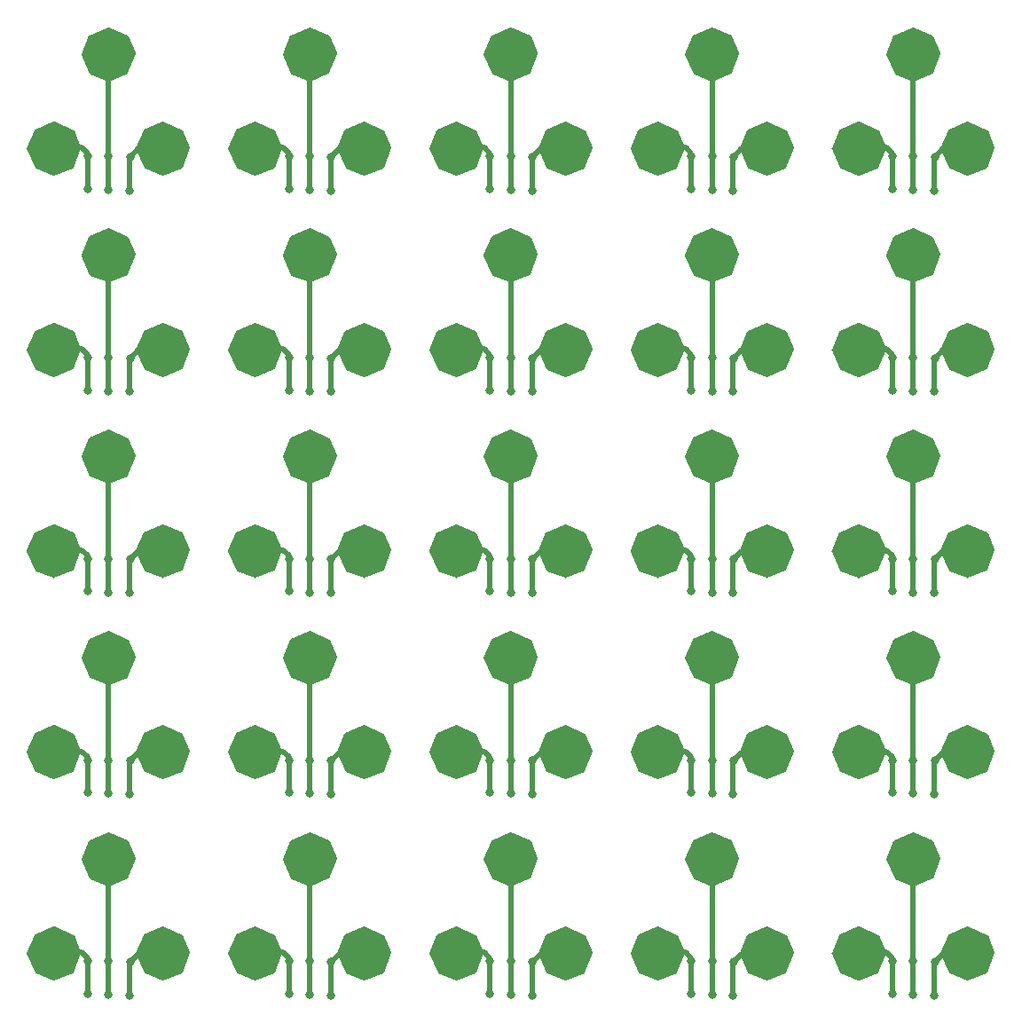
<source format=gtl>
G04 #@! TF.GenerationSoftware,KiCad,Pcbnew,7.0.9*
G04 #@! TF.CreationDate,2024-01-02T20:35:21+01:00*
G04 #@! TF.ProjectId,Nutzen,4e75747a-656e-42e6-9b69-6361645f7063,rev?*
G04 #@! TF.SameCoordinates,Original*
G04 #@! TF.FileFunction,Copper,L1,Top*
G04 #@! TF.FilePolarity,Positive*
%FSLAX46Y46*%
G04 Gerber Fmt 4.6, Leading zero omitted, Abs format (unit mm)*
G04 Created by KiCad (PCBNEW 7.0.9) date 2024-01-02 20:35:21*
%MOMM*%
%LPD*%
G01*
G04 APERTURE LIST*
G04 #@! TA.AperFunction,SMDPad,CuDef*
%ADD10C,2.000000*%
G04 #@! TD*
G04 #@! TA.AperFunction,ViaPad*
%ADD11C,0.800000*%
G04 #@! TD*
G04 #@! TA.AperFunction,Conductor*
%ADD12C,0.500000*%
G04 #@! TD*
G04 APERTURE END LIST*
D10*
X171350000Y-43650000D03*
X160950000Y-62850000D03*
X166150000Y-34650000D03*
X166150000Y-73050000D03*
X166150000Y-92250000D03*
X171350000Y-82050000D03*
X166150000Y-53850000D03*
X160950000Y-101250000D03*
X160950000Y-82050000D03*
X171350000Y-62850000D03*
X160950000Y-43650000D03*
X171350000Y-101250000D03*
X171350000Y-120450000D03*
X160950000Y-120450000D03*
X166150000Y-111450000D03*
X152150000Y-43650000D03*
X141750000Y-62850000D03*
X146950000Y-34650000D03*
X146950000Y-73050000D03*
X146950000Y-92250000D03*
X152150000Y-82050000D03*
X146950000Y-53850000D03*
X141750000Y-101250000D03*
X141750000Y-82050000D03*
X152150000Y-62850000D03*
X141750000Y-43650000D03*
X152150000Y-101250000D03*
X152150000Y-120450000D03*
X141750000Y-120450000D03*
X146950000Y-111450000D03*
X132950000Y-43650000D03*
X122550000Y-62850000D03*
X127750000Y-34650000D03*
X127750000Y-73050000D03*
X127750000Y-92250000D03*
X132950000Y-82050000D03*
X127750000Y-53850000D03*
X122550000Y-101250000D03*
X122550000Y-82050000D03*
X132950000Y-62850000D03*
X122550000Y-43650000D03*
X132950000Y-101250000D03*
X132950000Y-120450000D03*
X122550000Y-120450000D03*
X127750000Y-111450000D03*
X113750000Y-43650000D03*
X103350000Y-62850000D03*
X108550000Y-34650000D03*
X108550000Y-73050000D03*
X108550000Y-92250000D03*
X113750000Y-82050000D03*
X108550000Y-53850000D03*
X103350000Y-101250000D03*
X103350000Y-82050000D03*
X113750000Y-62850000D03*
X103350000Y-43650000D03*
X113750000Y-101250000D03*
X113750000Y-120450000D03*
X103350000Y-120450000D03*
X108550000Y-111450000D03*
X94550000Y-120450000D03*
X89350000Y-111450000D03*
X84150000Y-120450000D03*
X94550000Y-101250000D03*
X89350000Y-92250000D03*
X84150000Y-101250000D03*
X94550000Y-82050000D03*
X89350000Y-73050000D03*
X84150000Y-82050000D03*
X94550000Y-62850000D03*
X89350000Y-53850000D03*
X84150000Y-62850000D03*
X89350000Y-34650000D03*
X84150000Y-43650000D03*
X94550000Y-43650000D03*
D11*
X160950000Y-122450000D03*
X169950000Y-121950000D03*
X166150000Y-113450000D03*
X172800000Y-121900000D03*
X164100000Y-111450000D03*
X172800000Y-102700000D03*
X166150000Y-105200000D03*
X158900000Y-101250000D03*
X166150000Y-109350000D03*
X168200000Y-92150000D03*
X167650000Y-90850000D03*
X164650000Y-90800000D03*
X160950000Y-99150000D03*
X162400000Y-121900000D03*
X166150000Y-102000000D03*
X168200000Y-102050000D03*
X168150000Y-105250000D03*
X172850000Y-99850000D03*
X164100000Y-92250000D03*
X169950000Y-102750000D03*
X163000000Y-101150000D03*
X167600000Y-93700000D03*
X168200000Y-121250000D03*
X166150000Y-94250000D03*
X159450000Y-99800000D03*
X167650000Y-110050000D03*
X169850000Y-99800000D03*
X171350000Y-99150000D03*
X171350000Y-103250000D03*
X173400000Y-120350000D03*
X162450000Y-99850000D03*
X163000000Y-120350000D03*
X166150000Y-124400000D03*
X159550000Y-102750000D03*
X160950000Y-118350000D03*
X162450000Y-119050000D03*
X164750000Y-112950000D03*
X158900000Y-120450000D03*
X172850000Y-119050000D03*
X167600000Y-112900000D03*
X168150000Y-124450000D03*
X169300000Y-101250000D03*
X171350000Y-122450000D03*
X164650000Y-110000000D03*
X168200000Y-111350000D03*
X171350000Y-118350000D03*
X160950000Y-103250000D03*
X159450000Y-119000000D03*
X169850000Y-119000000D03*
X164150000Y-121200000D03*
X159550000Y-121950000D03*
X166150000Y-121200000D03*
X164150000Y-102000000D03*
X166150000Y-90150000D03*
X164150000Y-124300000D03*
X169300000Y-120450000D03*
X168150000Y-66850000D03*
X162450000Y-61450000D03*
X171350000Y-60750000D03*
X162450000Y-80650000D03*
X166150000Y-75050000D03*
X173400000Y-101150000D03*
X162400000Y-102700000D03*
X159550000Y-83550000D03*
X164750000Y-93750000D03*
X164150000Y-63600000D03*
X167600000Y-55300000D03*
X173400000Y-62750000D03*
X172850000Y-61450000D03*
X164150000Y-105100000D03*
X160950000Y-79950000D03*
X166150000Y-51750000D03*
X160950000Y-60750000D03*
X168200000Y-72950000D03*
X166150000Y-70950000D03*
X166150000Y-63600000D03*
X163000000Y-62750000D03*
X167650000Y-52450000D03*
X172800000Y-64300000D03*
X158900000Y-82050000D03*
X166150000Y-66800000D03*
X159450000Y-61400000D03*
X163000000Y-81950000D03*
X166150000Y-86000000D03*
X173400000Y-81950000D03*
X160950000Y-64850000D03*
X171350000Y-84050000D03*
X164150000Y-82800000D03*
X172800000Y-83500000D03*
X164650000Y-52400000D03*
X164100000Y-53850000D03*
X169300000Y-82050000D03*
X159450000Y-80600000D03*
X169950000Y-83550000D03*
X169850000Y-61400000D03*
X172850000Y-80650000D03*
X167600000Y-74500000D03*
X168200000Y-82850000D03*
X162400000Y-64300000D03*
X166150000Y-82800000D03*
X168200000Y-53750000D03*
X171350000Y-79950000D03*
X159550000Y-64350000D03*
X164150000Y-85900000D03*
X162400000Y-83500000D03*
X167650000Y-71650000D03*
X158900000Y-62850000D03*
X166150000Y-55850000D03*
X168200000Y-63650000D03*
X160950000Y-84050000D03*
X169850000Y-80600000D03*
X169950000Y-64350000D03*
X164650000Y-71600000D03*
X164100000Y-73050000D03*
X168150000Y-86050000D03*
X169300000Y-62850000D03*
X164750000Y-74550000D03*
X171350000Y-64850000D03*
X163000000Y-43550000D03*
X160950000Y-41550000D03*
X158900000Y-43650000D03*
X166150000Y-47600000D03*
X168200000Y-34550000D03*
X171350000Y-45650000D03*
X164150000Y-44400000D03*
X169300000Y-43650000D03*
X167650000Y-33250000D03*
X172850000Y-42250000D03*
X167600000Y-36100000D03*
X159450000Y-42200000D03*
X164750000Y-55350000D03*
X160950000Y-45650000D03*
X162450000Y-42250000D03*
X164150000Y-66700000D03*
X169950000Y-45150000D03*
X166150000Y-36650000D03*
X159550000Y-45150000D03*
X172800000Y-45100000D03*
X164650000Y-33200000D03*
X168200000Y-44450000D03*
X164100000Y-34650000D03*
X169850000Y-42200000D03*
X168150000Y-47650000D03*
X171350000Y-41550000D03*
X166150000Y-32550000D03*
X166150000Y-44400000D03*
X173400000Y-43550000D03*
X162400000Y-45100000D03*
X164750000Y-36150000D03*
X164150000Y-47500000D03*
X141750000Y-122450000D03*
X150750000Y-121950000D03*
X146950000Y-113450000D03*
X153600000Y-121900000D03*
X144900000Y-111450000D03*
X153600000Y-102700000D03*
X146950000Y-105200000D03*
X139700000Y-101250000D03*
X146950000Y-109350000D03*
X149000000Y-92150000D03*
X148450000Y-90850000D03*
X145450000Y-90800000D03*
X141750000Y-99150000D03*
X143200000Y-121900000D03*
X146950000Y-102000000D03*
X149000000Y-102050000D03*
X148950000Y-105250000D03*
X153650000Y-99850000D03*
X144900000Y-92250000D03*
X150750000Y-102750000D03*
X143800000Y-101150000D03*
X148400000Y-93700000D03*
X149000000Y-121250000D03*
X146950000Y-94250000D03*
X140250000Y-99800000D03*
X148450000Y-110050000D03*
X150650000Y-99800000D03*
X152150000Y-99150000D03*
X152150000Y-103250000D03*
X154200000Y-120350000D03*
X143250000Y-99850000D03*
X143800000Y-120350000D03*
X146950000Y-124400000D03*
X140350000Y-102750000D03*
X141750000Y-118350000D03*
X143250000Y-119050000D03*
X145550000Y-112950000D03*
X139700000Y-120450000D03*
X153650000Y-119050000D03*
X148400000Y-112900000D03*
X148950000Y-124450000D03*
X150100000Y-101250000D03*
X152150000Y-122450000D03*
X145450000Y-110000000D03*
X149000000Y-111350000D03*
X152150000Y-118350000D03*
X141750000Y-103250000D03*
X140250000Y-119000000D03*
X150650000Y-119000000D03*
X144950000Y-121200000D03*
X140350000Y-121950000D03*
X146950000Y-121200000D03*
X144950000Y-102000000D03*
X146950000Y-90150000D03*
X144950000Y-124300000D03*
X150100000Y-120450000D03*
X148950000Y-66850000D03*
X143250000Y-61450000D03*
X152150000Y-60750000D03*
X143250000Y-80650000D03*
X146950000Y-75050000D03*
X154200000Y-101150000D03*
X143200000Y-102700000D03*
X140350000Y-83550000D03*
X145550000Y-93750000D03*
X144950000Y-63600000D03*
X148400000Y-55300000D03*
X154200000Y-62750000D03*
X153650000Y-61450000D03*
X144950000Y-105100000D03*
X141750000Y-79950000D03*
X146950000Y-51750000D03*
X141750000Y-60750000D03*
X149000000Y-72950000D03*
X146950000Y-70950000D03*
X146950000Y-63600000D03*
X143800000Y-62750000D03*
X148450000Y-52450000D03*
X153600000Y-64300000D03*
X139700000Y-82050000D03*
X146950000Y-66800000D03*
X140250000Y-61400000D03*
X143800000Y-81950000D03*
X146950000Y-86000000D03*
X154200000Y-81950000D03*
X141750000Y-64850000D03*
X152150000Y-84050000D03*
X144950000Y-82800000D03*
X153600000Y-83500000D03*
X145450000Y-52400000D03*
X144900000Y-53850000D03*
X150100000Y-82050000D03*
X140250000Y-80600000D03*
X150750000Y-83550000D03*
X150650000Y-61400000D03*
X153650000Y-80650000D03*
X148400000Y-74500000D03*
X149000000Y-82850000D03*
X143200000Y-64300000D03*
X146950000Y-82800000D03*
X149000000Y-53750000D03*
X152150000Y-79950000D03*
X140350000Y-64350000D03*
X144950000Y-85900000D03*
X143200000Y-83500000D03*
X148450000Y-71650000D03*
X139700000Y-62850000D03*
X146950000Y-55850000D03*
X149000000Y-63650000D03*
X141750000Y-84050000D03*
X150650000Y-80600000D03*
X150750000Y-64350000D03*
X145450000Y-71600000D03*
X144900000Y-73050000D03*
X148950000Y-86050000D03*
X150100000Y-62850000D03*
X145550000Y-74550000D03*
X152150000Y-64850000D03*
X143800000Y-43550000D03*
X141750000Y-41550000D03*
X139700000Y-43650000D03*
X146950000Y-47600000D03*
X149000000Y-34550000D03*
X152150000Y-45650000D03*
X144950000Y-44400000D03*
X150100000Y-43650000D03*
X148450000Y-33250000D03*
X153650000Y-42250000D03*
X148400000Y-36100000D03*
X140250000Y-42200000D03*
X145550000Y-55350000D03*
X141750000Y-45650000D03*
X143250000Y-42250000D03*
X144950000Y-66700000D03*
X150750000Y-45150000D03*
X146950000Y-36650000D03*
X140350000Y-45150000D03*
X153600000Y-45100000D03*
X145450000Y-33200000D03*
X149000000Y-44450000D03*
X144900000Y-34650000D03*
X150650000Y-42200000D03*
X148950000Y-47650000D03*
X152150000Y-41550000D03*
X146950000Y-32550000D03*
X146950000Y-44400000D03*
X154200000Y-43550000D03*
X143200000Y-45100000D03*
X145550000Y-36150000D03*
X144950000Y-47500000D03*
X122550000Y-122450000D03*
X131550000Y-121950000D03*
X127750000Y-113450000D03*
X134400000Y-121900000D03*
X125700000Y-111450000D03*
X134400000Y-102700000D03*
X127750000Y-105200000D03*
X120500000Y-101250000D03*
X127750000Y-109350000D03*
X129800000Y-92150000D03*
X129250000Y-90850000D03*
X126250000Y-90800000D03*
X122550000Y-99150000D03*
X124000000Y-121900000D03*
X127750000Y-102000000D03*
X129800000Y-102050000D03*
X129750000Y-105250000D03*
X134450000Y-99850000D03*
X125700000Y-92250000D03*
X131550000Y-102750000D03*
X124600000Y-101150000D03*
X129200000Y-93700000D03*
X129800000Y-121250000D03*
X127750000Y-94250000D03*
X121050000Y-99800000D03*
X129250000Y-110050000D03*
X131450000Y-99800000D03*
X132950000Y-99150000D03*
X132950000Y-103250000D03*
X135000000Y-120350000D03*
X124050000Y-99850000D03*
X124600000Y-120350000D03*
X127750000Y-124400000D03*
X121150000Y-102750000D03*
X122550000Y-118350000D03*
X124050000Y-119050000D03*
X126350000Y-112950000D03*
X120500000Y-120450000D03*
X134450000Y-119050000D03*
X129200000Y-112900000D03*
X129750000Y-124450000D03*
X130900000Y-101250000D03*
X132950000Y-122450000D03*
X126250000Y-110000000D03*
X129800000Y-111350000D03*
X132950000Y-118350000D03*
X122550000Y-103250000D03*
X121050000Y-119000000D03*
X131450000Y-119000000D03*
X125750000Y-121200000D03*
X121150000Y-121950000D03*
X127750000Y-121200000D03*
X125750000Y-102000000D03*
X127750000Y-90150000D03*
X125750000Y-124300000D03*
X130900000Y-120450000D03*
X129750000Y-66850000D03*
X124050000Y-61450000D03*
X132950000Y-60750000D03*
X124050000Y-80650000D03*
X127750000Y-75050000D03*
X135000000Y-101150000D03*
X124000000Y-102700000D03*
X121150000Y-83550000D03*
X126350000Y-93750000D03*
X125750000Y-63600000D03*
X129200000Y-55300000D03*
X135000000Y-62750000D03*
X134450000Y-61450000D03*
X125750000Y-105100000D03*
X122550000Y-79950000D03*
X127750000Y-51750000D03*
X122550000Y-60750000D03*
X129800000Y-72950000D03*
X127750000Y-70950000D03*
X127750000Y-63600000D03*
X124600000Y-62750000D03*
X129250000Y-52450000D03*
X134400000Y-64300000D03*
X120500000Y-82050000D03*
X127750000Y-66800000D03*
X121050000Y-61400000D03*
X124600000Y-81950000D03*
X127750000Y-86000000D03*
X135000000Y-81950000D03*
X122550000Y-64850000D03*
X132950000Y-84050000D03*
X125750000Y-82800000D03*
X134400000Y-83500000D03*
X126250000Y-52400000D03*
X125700000Y-53850000D03*
X130900000Y-82050000D03*
X121050000Y-80600000D03*
X131550000Y-83550000D03*
X131450000Y-61400000D03*
X134450000Y-80650000D03*
X129200000Y-74500000D03*
X129800000Y-82850000D03*
X124000000Y-64300000D03*
X127750000Y-82800000D03*
X129800000Y-53750000D03*
X132950000Y-79950000D03*
X121150000Y-64350000D03*
X125750000Y-85900000D03*
X124000000Y-83500000D03*
X129250000Y-71650000D03*
X120500000Y-62850000D03*
X127750000Y-55850000D03*
X129800000Y-63650000D03*
X122550000Y-84050000D03*
X131450000Y-80600000D03*
X131550000Y-64350000D03*
X126250000Y-71600000D03*
X125700000Y-73050000D03*
X129750000Y-86050000D03*
X130900000Y-62850000D03*
X126350000Y-74550000D03*
X132950000Y-64850000D03*
X124600000Y-43550000D03*
X122550000Y-41550000D03*
X120500000Y-43650000D03*
X127750000Y-47600000D03*
X129800000Y-34550000D03*
X132950000Y-45650000D03*
X125750000Y-44400000D03*
X130900000Y-43650000D03*
X129250000Y-33250000D03*
X134450000Y-42250000D03*
X129200000Y-36100000D03*
X121050000Y-42200000D03*
X126350000Y-55350000D03*
X122550000Y-45650000D03*
X124050000Y-42250000D03*
X125750000Y-66700000D03*
X131550000Y-45150000D03*
X127750000Y-36650000D03*
X121150000Y-45150000D03*
X134400000Y-45100000D03*
X126250000Y-33200000D03*
X129800000Y-44450000D03*
X125700000Y-34650000D03*
X131450000Y-42200000D03*
X129750000Y-47650000D03*
X132950000Y-41550000D03*
X127750000Y-32550000D03*
X127750000Y-44400000D03*
X135000000Y-43550000D03*
X124000000Y-45100000D03*
X126350000Y-36150000D03*
X125750000Y-47500000D03*
X103350000Y-122450000D03*
X112350000Y-121950000D03*
X108550000Y-113450000D03*
X115200000Y-121900000D03*
X106500000Y-111450000D03*
X115200000Y-102700000D03*
X108550000Y-105200000D03*
X101300000Y-101250000D03*
X108550000Y-109350000D03*
X110600000Y-92150000D03*
X110050000Y-90850000D03*
X107050000Y-90800000D03*
X103350000Y-99150000D03*
X104800000Y-121900000D03*
X108550000Y-102000000D03*
X110600000Y-102050000D03*
X110550000Y-105250000D03*
X115250000Y-99850000D03*
X106500000Y-92250000D03*
X112350000Y-102750000D03*
X105400000Y-101150000D03*
X110000000Y-93700000D03*
X110600000Y-121250000D03*
X108550000Y-94250000D03*
X101850000Y-99800000D03*
X110050000Y-110050000D03*
X112250000Y-99800000D03*
X113750000Y-99150000D03*
X113750000Y-103250000D03*
X115800000Y-120350000D03*
X104850000Y-99850000D03*
X105400000Y-120350000D03*
X108550000Y-124400000D03*
X101950000Y-102750000D03*
X103350000Y-118350000D03*
X104850000Y-119050000D03*
X107150000Y-112950000D03*
X101300000Y-120450000D03*
X115250000Y-119050000D03*
X110000000Y-112900000D03*
X110550000Y-124450000D03*
X111700000Y-101250000D03*
X113750000Y-122450000D03*
X107050000Y-110000000D03*
X110600000Y-111350000D03*
X113750000Y-118350000D03*
X103350000Y-103250000D03*
X101850000Y-119000000D03*
X112250000Y-119000000D03*
X106550000Y-121200000D03*
X101950000Y-121950000D03*
X108550000Y-121200000D03*
X106550000Y-102000000D03*
X108550000Y-90150000D03*
X106550000Y-124300000D03*
X111700000Y-120450000D03*
X110550000Y-66850000D03*
X104850000Y-61450000D03*
X113750000Y-60750000D03*
X104850000Y-80650000D03*
X108550000Y-75050000D03*
X115800000Y-101150000D03*
X104800000Y-102700000D03*
X101950000Y-83550000D03*
X107150000Y-93750000D03*
X106550000Y-63600000D03*
X110000000Y-55300000D03*
X115800000Y-62750000D03*
X115250000Y-61450000D03*
X106550000Y-105100000D03*
X103350000Y-79950000D03*
X108550000Y-51750000D03*
X103350000Y-60750000D03*
X110600000Y-72950000D03*
X108550000Y-70950000D03*
X108550000Y-63600000D03*
X105400000Y-62750000D03*
X110050000Y-52450000D03*
X115200000Y-64300000D03*
X101300000Y-82050000D03*
X108550000Y-66800000D03*
X101850000Y-61400000D03*
X105400000Y-81950000D03*
X108550000Y-86000000D03*
X115800000Y-81950000D03*
X103350000Y-64850000D03*
X113750000Y-84050000D03*
X106550000Y-82800000D03*
X115200000Y-83500000D03*
X107050000Y-52400000D03*
X106500000Y-53850000D03*
X111700000Y-82050000D03*
X101850000Y-80600000D03*
X112350000Y-83550000D03*
X112250000Y-61400000D03*
X115250000Y-80650000D03*
X110000000Y-74500000D03*
X110600000Y-82850000D03*
X104800000Y-64300000D03*
X108550000Y-82800000D03*
X110600000Y-53750000D03*
X113750000Y-79950000D03*
X101950000Y-64350000D03*
X106550000Y-85900000D03*
X104800000Y-83500000D03*
X110050000Y-71650000D03*
X101300000Y-62850000D03*
X108550000Y-55850000D03*
X110600000Y-63650000D03*
X103350000Y-84050000D03*
X112250000Y-80600000D03*
X112350000Y-64350000D03*
X107050000Y-71600000D03*
X106500000Y-73050000D03*
X110550000Y-86050000D03*
X111700000Y-62850000D03*
X107150000Y-74550000D03*
X113750000Y-64850000D03*
X105400000Y-43550000D03*
X103350000Y-41550000D03*
X101300000Y-43650000D03*
X108550000Y-47600000D03*
X110600000Y-34550000D03*
X113750000Y-45650000D03*
X106550000Y-44400000D03*
X111700000Y-43650000D03*
X110050000Y-33250000D03*
X115250000Y-42250000D03*
X110000000Y-36100000D03*
X101850000Y-42200000D03*
X107150000Y-55350000D03*
X103350000Y-45650000D03*
X104850000Y-42250000D03*
X106550000Y-66700000D03*
X112350000Y-45150000D03*
X108550000Y-36650000D03*
X101950000Y-45150000D03*
X115200000Y-45100000D03*
X107050000Y-33200000D03*
X110600000Y-44450000D03*
X106500000Y-34650000D03*
X112250000Y-42200000D03*
X110550000Y-47650000D03*
X113750000Y-41550000D03*
X108550000Y-32550000D03*
X108550000Y-44400000D03*
X115800000Y-43550000D03*
X104800000Y-45100000D03*
X107150000Y-36150000D03*
X106550000Y-47500000D03*
X86200000Y-120350000D03*
X84150000Y-118350000D03*
X82100000Y-120450000D03*
X89350000Y-124400000D03*
X91400000Y-111350000D03*
X94550000Y-122450000D03*
X87350000Y-121200000D03*
X92500000Y-120450000D03*
X90850000Y-110050000D03*
X96050000Y-119050000D03*
X90800000Y-112900000D03*
X82650000Y-119000000D03*
X84150000Y-122450000D03*
X85650000Y-119050000D03*
X93150000Y-121950000D03*
X89350000Y-113450000D03*
X82750000Y-121950000D03*
X96000000Y-121900000D03*
X87850000Y-110000000D03*
X91400000Y-121250000D03*
X87300000Y-111450000D03*
X93050000Y-119000000D03*
X91350000Y-124450000D03*
X94550000Y-118350000D03*
X89350000Y-109350000D03*
X89350000Y-121200000D03*
X96600000Y-120350000D03*
X85600000Y-121900000D03*
X87950000Y-112950000D03*
X87350000Y-124300000D03*
X86200000Y-101150000D03*
X84150000Y-99150000D03*
X82100000Y-101250000D03*
X89350000Y-105200000D03*
X91400000Y-92150000D03*
X94550000Y-103250000D03*
X87350000Y-102000000D03*
X92500000Y-101250000D03*
X90850000Y-90850000D03*
X96050000Y-99850000D03*
X90800000Y-93700000D03*
X82650000Y-99800000D03*
X84150000Y-103250000D03*
X85650000Y-99850000D03*
X93150000Y-102750000D03*
X89350000Y-94250000D03*
X82750000Y-102750000D03*
X96000000Y-102700000D03*
X87850000Y-90800000D03*
X91400000Y-102050000D03*
X87300000Y-92250000D03*
X93050000Y-99800000D03*
X91350000Y-105250000D03*
X94550000Y-99150000D03*
X89350000Y-90150000D03*
X89350000Y-102000000D03*
X96600000Y-101150000D03*
X85600000Y-102700000D03*
X87950000Y-93750000D03*
X87350000Y-105100000D03*
X86200000Y-81950000D03*
X84150000Y-79950000D03*
X82100000Y-82050000D03*
X89350000Y-86000000D03*
X91400000Y-72950000D03*
X94550000Y-84050000D03*
X87350000Y-82800000D03*
X92500000Y-82050000D03*
X90850000Y-71650000D03*
X96050000Y-80650000D03*
X90800000Y-74500000D03*
X82650000Y-80600000D03*
X84150000Y-84050000D03*
X85650000Y-80650000D03*
X93150000Y-83550000D03*
X89350000Y-75050000D03*
X82750000Y-83550000D03*
X96000000Y-83500000D03*
X87850000Y-71600000D03*
X91400000Y-82850000D03*
X87300000Y-73050000D03*
X93050000Y-80600000D03*
X91350000Y-86050000D03*
X94550000Y-79950000D03*
X89350000Y-70950000D03*
X89350000Y-82800000D03*
X96600000Y-81950000D03*
X85600000Y-83500000D03*
X87950000Y-74550000D03*
X87350000Y-85900000D03*
X86200000Y-62750000D03*
X84150000Y-60750000D03*
X82100000Y-62850000D03*
X89350000Y-66800000D03*
X91400000Y-53750000D03*
X94550000Y-64850000D03*
X87350000Y-63600000D03*
X92500000Y-62850000D03*
X90850000Y-52450000D03*
X96050000Y-61450000D03*
X90800000Y-55300000D03*
X82650000Y-61400000D03*
X84150000Y-64850000D03*
X85650000Y-61450000D03*
X93150000Y-64350000D03*
X89350000Y-55850000D03*
X82750000Y-64350000D03*
X96000000Y-64300000D03*
X87850000Y-52400000D03*
X91400000Y-63650000D03*
X87300000Y-53850000D03*
X93050000Y-61400000D03*
X91350000Y-66850000D03*
X94550000Y-60750000D03*
X89350000Y-51750000D03*
X89350000Y-63600000D03*
X96600000Y-62750000D03*
X85600000Y-64300000D03*
X87950000Y-55350000D03*
X87350000Y-66700000D03*
X87350000Y-44400000D03*
X93150000Y-45150000D03*
X84150000Y-45650000D03*
X96050000Y-42250000D03*
X89350000Y-36650000D03*
X82750000Y-45150000D03*
X82100000Y-43650000D03*
X94550000Y-41550000D03*
X92500000Y-43650000D03*
X89350000Y-47600000D03*
X85650000Y-42250000D03*
X90800000Y-36100000D03*
X89350000Y-32550000D03*
X87850000Y-33200000D03*
X82650000Y-42200000D03*
X91400000Y-34550000D03*
X91400000Y-44450000D03*
X90850000Y-33250000D03*
X96000000Y-45100000D03*
X85600000Y-45100000D03*
X96600000Y-43550000D03*
X87950000Y-36150000D03*
X87300000Y-34650000D03*
X91350000Y-47650000D03*
X84150000Y-41550000D03*
X86200000Y-43550000D03*
X89350000Y-44400000D03*
X87350000Y-47500000D03*
X94550000Y-45650000D03*
X93050000Y-42200000D03*
D12*
X166150000Y-47600000D02*
X166150000Y-44400000D01*
X166150000Y-44400000D02*
X166150000Y-36650000D01*
X164150000Y-44100000D02*
X163600000Y-43550000D01*
X163600000Y-43550000D02*
X163000000Y-43550000D01*
X164150000Y-44400000D02*
X164150000Y-44100000D01*
X164150000Y-47500000D02*
X164150000Y-44400000D01*
X168200000Y-44450000D02*
X169000000Y-43650000D01*
X168150000Y-44500000D02*
X168200000Y-44450000D01*
X164150000Y-101700000D02*
X163600000Y-101150000D01*
X163600000Y-101150000D02*
X163000000Y-101150000D01*
X164150000Y-102000000D02*
X164150000Y-101700000D01*
X164150000Y-105100000D02*
X164150000Y-102000000D01*
X168200000Y-121250000D02*
X169000000Y-120450000D01*
X164150000Y-121200000D02*
X164150000Y-120900000D01*
X166150000Y-121200000D02*
X166150000Y-113450000D01*
X169000000Y-120450000D02*
X169300000Y-120450000D01*
X164150000Y-120900000D02*
X163600000Y-120350000D01*
X166150000Y-124400000D02*
X166150000Y-121200000D01*
X164150000Y-124300000D02*
X164150000Y-121200000D01*
X168150000Y-121300000D02*
X168200000Y-121250000D01*
X163600000Y-120350000D02*
X163000000Y-120350000D01*
X168150000Y-124450000D02*
X168150000Y-121300000D01*
X164150000Y-82500000D02*
X163600000Y-81950000D01*
X164150000Y-82800000D02*
X164150000Y-82500000D01*
X163600000Y-81950000D02*
X163000000Y-81950000D01*
X166150000Y-86000000D02*
X166150000Y-82800000D01*
X166150000Y-82800000D02*
X166150000Y-75050000D01*
X168200000Y-102050000D02*
X169000000Y-101250000D01*
X168150000Y-102100000D02*
X168200000Y-102050000D01*
X168150000Y-47650000D02*
X168150000Y-44500000D01*
X169000000Y-43650000D02*
X169300000Y-43650000D01*
X168150000Y-86050000D02*
X168150000Y-82900000D01*
X164150000Y-85900000D02*
X164150000Y-82800000D01*
X169000000Y-82050000D02*
X169300000Y-82050000D01*
X168200000Y-82850000D02*
X169000000Y-82050000D01*
X168150000Y-82900000D02*
X168200000Y-82850000D01*
X166150000Y-102000000D02*
X166150000Y-94250000D01*
X166150000Y-105200000D02*
X166150000Y-102000000D01*
X168150000Y-105250000D02*
X168150000Y-102100000D01*
X169000000Y-101250000D02*
X169300000Y-101250000D01*
X164150000Y-63600000D02*
X164150000Y-63300000D01*
X164150000Y-63300000D02*
X163600000Y-62750000D01*
X166150000Y-66800000D02*
X166150000Y-63600000D01*
X166150000Y-63600000D02*
X166150000Y-55850000D01*
X163600000Y-62750000D02*
X163000000Y-62750000D01*
X164150000Y-66700000D02*
X164150000Y-63600000D01*
X168200000Y-63650000D02*
X169000000Y-62850000D01*
X168150000Y-63700000D02*
X168200000Y-63650000D01*
X169000000Y-62850000D02*
X169300000Y-62850000D01*
X168150000Y-66850000D02*
X168150000Y-63700000D01*
X146950000Y-47600000D02*
X146950000Y-44400000D01*
X146950000Y-44400000D02*
X146950000Y-36650000D01*
X144950000Y-44100000D02*
X144400000Y-43550000D01*
X144400000Y-43550000D02*
X143800000Y-43550000D01*
X144950000Y-44400000D02*
X144950000Y-44100000D01*
X144950000Y-47500000D02*
X144950000Y-44400000D01*
X149000000Y-44450000D02*
X149800000Y-43650000D01*
X148950000Y-44500000D02*
X149000000Y-44450000D01*
X144950000Y-101700000D02*
X144400000Y-101150000D01*
X144400000Y-101150000D02*
X143800000Y-101150000D01*
X144950000Y-102000000D02*
X144950000Y-101700000D01*
X144950000Y-105100000D02*
X144950000Y-102000000D01*
X149000000Y-121250000D02*
X149800000Y-120450000D01*
X144950000Y-121200000D02*
X144950000Y-120900000D01*
X146950000Y-121200000D02*
X146950000Y-113450000D01*
X149800000Y-120450000D02*
X150100000Y-120450000D01*
X144950000Y-120900000D02*
X144400000Y-120350000D01*
X146950000Y-124400000D02*
X146950000Y-121200000D01*
X144950000Y-124300000D02*
X144950000Y-121200000D01*
X148950000Y-121300000D02*
X149000000Y-121250000D01*
X144400000Y-120350000D02*
X143800000Y-120350000D01*
X148950000Y-124450000D02*
X148950000Y-121300000D01*
X144950000Y-82500000D02*
X144400000Y-81950000D01*
X144950000Y-82800000D02*
X144950000Y-82500000D01*
X144400000Y-81950000D02*
X143800000Y-81950000D01*
X146950000Y-86000000D02*
X146950000Y-82800000D01*
X146950000Y-82800000D02*
X146950000Y-75050000D01*
X149000000Y-102050000D02*
X149800000Y-101250000D01*
X148950000Y-102100000D02*
X149000000Y-102050000D01*
X148950000Y-47650000D02*
X148950000Y-44500000D01*
X149800000Y-43650000D02*
X150100000Y-43650000D01*
X148950000Y-86050000D02*
X148950000Y-82900000D01*
X144950000Y-85900000D02*
X144950000Y-82800000D01*
X149800000Y-82050000D02*
X150100000Y-82050000D01*
X149000000Y-82850000D02*
X149800000Y-82050000D01*
X148950000Y-82900000D02*
X149000000Y-82850000D01*
X146950000Y-102000000D02*
X146950000Y-94250000D01*
X146950000Y-105200000D02*
X146950000Y-102000000D01*
X148950000Y-105250000D02*
X148950000Y-102100000D01*
X149800000Y-101250000D02*
X150100000Y-101250000D01*
X144950000Y-63600000D02*
X144950000Y-63300000D01*
X144950000Y-63300000D02*
X144400000Y-62750000D01*
X146950000Y-66800000D02*
X146950000Y-63600000D01*
X146950000Y-63600000D02*
X146950000Y-55850000D01*
X144400000Y-62750000D02*
X143800000Y-62750000D01*
X144950000Y-66700000D02*
X144950000Y-63600000D01*
X149000000Y-63650000D02*
X149800000Y-62850000D01*
X148950000Y-63700000D02*
X149000000Y-63650000D01*
X149800000Y-62850000D02*
X150100000Y-62850000D01*
X148950000Y-66850000D02*
X148950000Y-63700000D01*
X127750000Y-47600000D02*
X127750000Y-44400000D01*
X127750000Y-44400000D02*
X127750000Y-36650000D01*
X125750000Y-44100000D02*
X125200000Y-43550000D01*
X125200000Y-43550000D02*
X124600000Y-43550000D01*
X125750000Y-44400000D02*
X125750000Y-44100000D01*
X125750000Y-47500000D02*
X125750000Y-44400000D01*
X129800000Y-44450000D02*
X130600000Y-43650000D01*
X129750000Y-44500000D02*
X129800000Y-44450000D01*
X125750000Y-101700000D02*
X125200000Y-101150000D01*
X125200000Y-101150000D02*
X124600000Y-101150000D01*
X125750000Y-102000000D02*
X125750000Y-101700000D01*
X125750000Y-105100000D02*
X125750000Y-102000000D01*
X129800000Y-121250000D02*
X130600000Y-120450000D01*
X125750000Y-121200000D02*
X125750000Y-120900000D01*
X127750000Y-121200000D02*
X127750000Y-113450000D01*
X130600000Y-120450000D02*
X130900000Y-120450000D01*
X125750000Y-120900000D02*
X125200000Y-120350000D01*
X127750000Y-124400000D02*
X127750000Y-121200000D01*
X125750000Y-124300000D02*
X125750000Y-121200000D01*
X129750000Y-121300000D02*
X129800000Y-121250000D01*
X125200000Y-120350000D02*
X124600000Y-120350000D01*
X129750000Y-124450000D02*
X129750000Y-121300000D01*
X125750000Y-82500000D02*
X125200000Y-81950000D01*
X125750000Y-82800000D02*
X125750000Y-82500000D01*
X125200000Y-81950000D02*
X124600000Y-81950000D01*
X127750000Y-86000000D02*
X127750000Y-82800000D01*
X127750000Y-82800000D02*
X127750000Y-75050000D01*
X129800000Y-102050000D02*
X130600000Y-101250000D01*
X129750000Y-102100000D02*
X129800000Y-102050000D01*
X129750000Y-47650000D02*
X129750000Y-44500000D01*
X130600000Y-43650000D02*
X130900000Y-43650000D01*
X129750000Y-86050000D02*
X129750000Y-82900000D01*
X125750000Y-85900000D02*
X125750000Y-82800000D01*
X130600000Y-82050000D02*
X130900000Y-82050000D01*
X129800000Y-82850000D02*
X130600000Y-82050000D01*
X129750000Y-82900000D02*
X129800000Y-82850000D01*
X127750000Y-102000000D02*
X127750000Y-94250000D01*
X127750000Y-105200000D02*
X127750000Y-102000000D01*
X129750000Y-105250000D02*
X129750000Y-102100000D01*
X130600000Y-101250000D02*
X130900000Y-101250000D01*
X125750000Y-63600000D02*
X125750000Y-63300000D01*
X125750000Y-63300000D02*
X125200000Y-62750000D01*
X127750000Y-66800000D02*
X127750000Y-63600000D01*
X127750000Y-63600000D02*
X127750000Y-55850000D01*
X125200000Y-62750000D02*
X124600000Y-62750000D01*
X125750000Y-66700000D02*
X125750000Y-63600000D01*
X129800000Y-63650000D02*
X130600000Y-62850000D01*
X129750000Y-63700000D02*
X129800000Y-63650000D01*
X130600000Y-62850000D02*
X130900000Y-62850000D01*
X129750000Y-66850000D02*
X129750000Y-63700000D01*
X108550000Y-47600000D02*
X108550000Y-44400000D01*
X108550000Y-44400000D02*
X108550000Y-36650000D01*
X106550000Y-44100000D02*
X106000000Y-43550000D01*
X106000000Y-43550000D02*
X105400000Y-43550000D01*
X106550000Y-44400000D02*
X106550000Y-44100000D01*
X106550000Y-47500000D02*
X106550000Y-44400000D01*
X110600000Y-44450000D02*
X111400000Y-43650000D01*
X110550000Y-44500000D02*
X110600000Y-44450000D01*
X106550000Y-101700000D02*
X106000000Y-101150000D01*
X106000000Y-101150000D02*
X105400000Y-101150000D01*
X106550000Y-102000000D02*
X106550000Y-101700000D01*
X106550000Y-105100000D02*
X106550000Y-102000000D01*
X110600000Y-121250000D02*
X111400000Y-120450000D01*
X106550000Y-121200000D02*
X106550000Y-120900000D01*
X108550000Y-121200000D02*
X108550000Y-113450000D01*
X111400000Y-120450000D02*
X111700000Y-120450000D01*
X106550000Y-120900000D02*
X106000000Y-120350000D01*
X108550000Y-124400000D02*
X108550000Y-121200000D01*
X106550000Y-124300000D02*
X106550000Y-121200000D01*
X110550000Y-121300000D02*
X110600000Y-121250000D01*
X106000000Y-120350000D02*
X105400000Y-120350000D01*
X110550000Y-124450000D02*
X110550000Y-121300000D01*
X106550000Y-82500000D02*
X106000000Y-81950000D01*
X106550000Y-82800000D02*
X106550000Y-82500000D01*
X106000000Y-81950000D02*
X105400000Y-81950000D01*
X108550000Y-86000000D02*
X108550000Y-82800000D01*
X108550000Y-82800000D02*
X108550000Y-75050000D01*
X110600000Y-102050000D02*
X111400000Y-101250000D01*
X110550000Y-102100000D02*
X110600000Y-102050000D01*
X110550000Y-47650000D02*
X110550000Y-44500000D01*
X111400000Y-43650000D02*
X111700000Y-43650000D01*
X110550000Y-86050000D02*
X110550000Y-82900000D01*
X106550000Y-85900000D02*
X106550000Y-82800000D01*
X111400000Y-82050000D02*
X111700000Y-82050000D01*
X110600000Y-82850000D02*
X111400000Y-82050000D01*
X110550000Y-82900000D02*
X110600000Y-82850000D01*
X108550000Y-102000000D02*
X108550000Y-94250000D01*
X108550000Y-105200000D02*
X108550000Y-102000000D01*
X110550000Y-105250000D02*
X110550000Y-102100000D01*
X111400000Y-101250000D02*
X111700000Y-101250000D01*
X106550000Y-63600000D02*
X106550000Y-63300000D01*
X106550000Y-63300000D02*
X106000000Y-62750000D01*
X108550000Y-66800000D02*
X108550000Y-63600000D01*
X108550000Y-63600000D02*
X108550000Y-55850000D01*
X106000000Y-62750000D02*
X105400000Y-62750000D01*
X106550000Y-66700000D02*
X106550000Y-63600000D01*
X110600000Y-63650000D02*
X111400000Y-62850000D01*
X110550000Y-63700000D02*
X110600000Y-63650000D01*
X111400000Y-62850000D02*
X111700000Y-62850000D01*
X110550000Y-66850000D02*
X110550000Y-63700000D01*
X89350000Y-124400000D02*
X89350000Y-121200000D01*
X89350000Y-121200000D02*
X89350000Y-113450000D01*
X87350000Y-120900000D02*
X86800000Y-120350000D01*
X86800000Y-120350000D02*
X86200000Y-120350000D01*
X87350000Y-121200000D02*
X87350000Y-120900000D01*
X87350000Y-124300000D02*
X87350000Y-121200000D01*
X91400000Y-121250000D02*
X92200000Y-120450000D01*
X91350000Y-121300000D02*
X91400000Y-121250000D01*
X91350000Y-124450000D02*
X91350000Y-121300000D01*
X92200000Y-120450000D02*
X92500000Y-120450000D01*
X89350000Y-105200000D02*
X89350000Y-102000000D01*
X89350000Y-102000000D02*
X89350000Y-94250000D01*
X87350000Y-101700000D02*
X86800000Y-101150000D01*
X86800000Y-101150000D02*
X86200000Y-101150000D01*
X87350000Y-102000000D02*
X87350000Y-101700000D01*
X87350000Y-105100000D02*
X87350000Y-102000000D01*
X91400000Y-102050000D02*
X92200000Y-101250000D01*
X91350000Y-102100000D02*
X91400000Y-102050000D01*
X91350000Y-105250000D02*
X91350000Y-102100000D01*
X92200000Y-101250000D02*
X92500000Y-101250000D01*
X89350000Y-86000000D02*
X89350000Y-82800000D01*
X89350000Y-82800000D02*
X89350000Y-75050000D01*
X87350000Y-82500000D02*
X86800000Y-81950000D01*
X86800000Y-81950000D02*
X86200000Y-81950000D01*
X87350000Y-82800000D02*
X87350000Y-82500000D01*
X87350000Y-85900000D02*
X87350000Y-82800000D01*
X91400000Y-82850000D02*
X92200000Y-82050000D01*
X91350000Y-82900000D02*
X91400000Y-82850000D01*
X91350000Y-86050000D02*
X91350000Y-82900000D01*
X92200000Y-82050000D02*
X92500000Y-82050000D01*
X89350000Y-66800000D02*
X89350000Y-63600000D01*
X89350000Y-63600000D02*
X89350000Y-55850000D01*
X87350000Y-63300000D02*
X86800000Y-62750000D01*
X86800000Y-62750000D02*
X86200000Y-62750000D01*
X87350000Y-63600000D02*
X87350000Y-63300000D01*
X87350000Y-66700000D02*
X87350000Y-63600000D01*
X91400000Y-63650000D02*
X92200000Y-62850000D01*
X91350000Y-63700000D02*
X91400000Y-63650000D01*
X91350000Y-66850000D02*
X91350000Y-63700000D01*
X92200000Y-62850000D02*
X92500000Y-62850000D01*
X89350000Y-47600000D02*
X89350000Y-44400000D01*
X86800000Y-43550000D02*
X86200000Y-43550000D01*
X87350000Y-44100000D02*
X86800000Y-43550000D01*
X87350000Y-44400000D02*
X87350000Y-44100000D01*
X89350000Y-44400000D02*
X89350000Y-36650000D01*
X87350000Y-47500000D02*
X87350000Y-44400000D01*
X91350000Y-44500000D02*
X91400000Y-44450000D01*
X91400000Y-44450000D02*
X92200000Y-43650000D01*
X91350000Y-47650000D02*
X91350000Y-44500000D01*
X92200000Y-43650000D02*
X92500000Y-43650000D01*
G04 #@! TA.AperFunction,Conductor*
G36*
X94599788Y-41072273D02*
G01*
X96405516Y-41880099D01*
X96458673Y-41925444D01*
X96469031Y-41944860D01*
X97130420Y-43503849D01*
X97138481Y-43573252D01*
X97132003Y-43596790D01*
X96419306Y-45449802D01*
X96376868Y-45505307D01*
X96350158Y-45520205D01*
X94596275Y-46231239D01*
X94526752Y-46238183D01*
X94503636Y-46231454D01*
X92846628Y-45568651D01*
X92791694Y-45525477D01*
X92779491Y-45504157D01*
X92777631Y-45500000D01*
X91971872Y-43698890D01*
X91962463Y-43629657D01*
X91970597Y-43600565D01*
X92680734Y-41896237D01*
X92724688Y-41841927D01*
X92745972Y-41830119D01*
X94499937Y-41071648D01*
X94569281Y-41063108D01*
X94599788Y-41072273D01*
G37*
G04 #@! TD.AperFunction*
G04 #@! TA.AperFunction,Conductor*
G36*
X84199788Y-41072273D02*
G01*
X86005516Y-41880099D01*
X86058673Y-41925444D01*
X86069031Y-41944860D01*
X86730420Y-43503849D01*
X86738481Y-43573252D01*
X86732003Y-43596790D01*
X86019306Y-45449802D01*
X85976868Y-45505307D01*
X85950158Y-45520205D01*
X84196275Y-46231239D01*
X84126752Y-46238183D01*
X84103636Y-46231454D01*
X82446628Y-45568651D01*
X82391694Y-45525477D01*
X82379491Y-45504157D01*
X82377631Y-45500000D01*
X81571872Y-43698890D01*
X81562463Y-43629657D01*
X81570597Y-43600565D01*
X82280734Y-41896237D01*
X82324688Y-41841927D01*
X82345972Y-41830119D01*
X84099937Y-41071648D01*
X84169281Y-41063108D01*
X84199788Y-41072273D01*
G37*
G04 #@! TD.AperFunction*
G04 #@! TA.AperFunction,Conductor*
G36*
X89399788Y-32072273D02*
G01*
X91205516Y-32880099D01*
X91258673Y-32925444D01*
X91269031Y-32944860D01*
X91930420Y-34503849D01*
X91938481Y-34573252D01*
X91932003Y-34596790D01*
X91219306Y-36449802D01*
X91176868Y-36505307D01*
X91150158Y-36520205D01*
X89396275Y-37231239D01*
X89326752Y-37238183D01*
X89303636Y-37231454D01*
X87646628Y-36568651D01*
X87591694Y-36525477D01*
X87579491Y-36504157D01*
X87577631Y-36500000D01*
X86771872Y-34698890D01*
X86762463Y-34629657D01*
X86770597Y-34600565D01*
X87480734Y-32896237D01*
X87524688Y-32841927D01*
X87545972Y-32830119D01*
X89299937Y-32071648D01*
X89369281Y-32063108D01*
X89399788Y-32072273D01*
G37*
G04 #@! TD.AperFunction*
G04 #@! TA.AperFunction,Conductor*
G36*
X94599788Y-60272273D02*
G01*
X96405516Y-61080099D01*
X96458673Y-61125444D01*
X96469031Y-61144860D01*
X97130420Y-62703849D01*
X97138481Y-62773252D01*
X97132003Y-62796790D01*
X96419306Y-64649802D01*
X96376868Y-64705307D01*
X96350158Y-64720205D01*
X94596275Y-65431239D01*
X94526752Y-65438183D01*
X94503636Y-65431454D01*
X92846628Y-64768651D01*
X92791694Y-64725477D01*
X92779491Y-64704157D01*
X92777631Y-64700000D01*
X91971872Y-62898890D01*
X91962463Y-62829657D01*
X91970597Y-62800565D01*
X92680734Y-61096237D01*
X92724688Y-61041927D01*
X92745972Y-61030119D01*
X94499937Y-60271648D01*
X94569281Y-60263108D01*
X94599788Y-60272273D01*
G37*
G04 #@! TD.AperFunction*
G04 #@! TA.AperFunction,Conductor*
G36*
X89399788Y-51272273D02*
G01*
X91205516Y-52080099D01*
X91258673Y-52125444D01*
X91269031Y-52144860D01*
X91930420Y-53703849D01*
X91938481Y-53773252D01*
X91932003Y-53796790D01*
X91219306Y-55649802D01*
X91176868Y-55705307D01*
X91150158Y-55720205D01*
X89396275Y-56431239D01*
X89326752Y-56438183D01*
X89303636Y-56431454D01*
X87646628Y-55768651D01*
X87591694Y-55725477D01*
X87579491Y-55704157D01*
X87577631Y-55700000D01*
X86771872Y-53898890D01*
X86762463Y-53829657D01*
X86770597Y-53800565D01*
X87480734Y-52096237D01*
X87524688Y-52041927D01*
X87545972Y-52030119D01*
X89299937Y-51271648D01*
X89369281Y-51263108D01*
X89399788Y-51272273D01*
G37*
G04 #@! TD.AperFunction*
G04 #@! TA.AperFunction,Conductor*
G36*
X84199788Y-60272273D02*
G01*
X86005516Y-61080099D01*
X86058673Y-61125444D01*
X86069031Y-61144860D01*
X86730420Y-62703849D01*
X86738481Y-62773252D01*
X86732003Y-62796790D01*
X86019306Y-64649802D01*
X85976868Y-64705307D01*
X85950158Y-64720205D01*
X84196275Y-65431239D01*
X84126752Y-65438183D01*
X84103636Y-65431454D01*
X82446628Y-64768651D01*
X82391694Y-64725477D01*
X82379491Y-64704157D01*
X82377631Y-64700000D01*
X81571872Y-62898890D01*
X81562463Y-62829657D01*
X81570597Y-62800565D01*
X82280734Y-61096237D01*
X82324688Y-61041927D01*
X82345972Y-61030119D01*
X84099937Y-60271648D01*
X84169281Y-60263108D01*
X84199788Y-60272273D01*
G37*
G04 #@! TD.AperFunction*
G04 #@! TA.AperFunction,Conductor*
G36*
X94599788Y-79472273D02*
G01*
X96405516Y-80280099D01*
X96458673Y-80325444D01*
X96469031Y-80344860D01*
X97130420Y-81903849D01*
X97138481Y-81973252D01*
X97132003Y-81996790D01*
X96419306Y-83849802D01*
X96376868Y-83905307D01*
X96350158Y-83920205D01*
X94596275Y-84631239D01*
X94526752Y-84638183D01*
X94503636Y-84631454D01*
X92846628Y-83968651D01*
X92791694Y-83925477D01*
X92779491Y-83904157D01*
X92777631Y-83900000D01*
X91971872Y-82098890D01*
X91962463Y-82029657D01*
X91970597Y-82000565D01*
X92680734Y-80296237D01*
X92724688Y-80241927D01*
X92745972Y-80230119D01*
X94499937Y-79471648D01*
X94569281Y-79463108D01*
X94599788Y-79472273D01*
G37*
G04 #@! TD.AperFunction*
G04 #@! TA.AperFunction,Conductor*
G36*
X89399788Y-70472273D02*
G01*
X91205516Y-71280099D01*
X91258673Y-71325444D01*
X91269031Y-71344860D01*
X91930420Y-72903849D01*
X91938481Y-72973252D01*
X91932003Y-72996790D01*
X91219306Y-74849802D01*
X91176868Y-74905307D01*
X91150158Y-74920205D01*
X89396275Y-75631239D01*
X89326752Y-75638183D01*
X89303636Y-75631454D01*
X87646628Y-74968651D01*
X87591694Y-74925477D01*
X87579491Y-74904157D01*
X87577631Y-74900000D01*
X86771872Y-73098890D01*
X86762463Y-73029657D01*
X86770597Y-73000565D01*
X87480734Y-71296237D01*
X87524688Y-71241927D01*
X87545972Y-71230119D01*
X89299937Y-70471648D01*
X89369281Y-70463108D01*
X89399788Y-70472273D01*
G37*
G04 #@! TD.AperFunction*
G04 #@! TA.AperFunction,Conductor*
G36*
X84199788Y-79472273D02*
G01*
X86005516Y-80280099D01*
X86058673Y-80325444D01*
X86069031Y-80344860D01*
X86730420Y-81903849D01*
X86738481Y-81973252D01*
X86732003Y-81996790D01*
X86019306Y-83849802D01*
X85976868Y-83905307D01*
X85950158Y-83920205D01*
X84196275Y-84631239D01*
X84126752Y-84638183D01*
X84103636Y-84631454D01*
X82446628Y-83968651D01*
X82391694Y-83925477D01*
X82379491Y-83904157D01*
X82377631Y-83900000D01*
X81571872Y-82098890D01*
X81562463Y-82029657D01*
X81570597Y-82000565D01*
X82280734Y-80296237D01*
X82324688Y-80241927D01*
X82345972Y-80230119D01*
X84099937Y-79471648D01*
X84169281Y-79463108D01*
X84199788Y-79472273D01*
G37*
G04 #@! TD.AperFunction*
G04 #@! TA.AperFunction,Conductor*
G36*
X94599788Y-98672273D02*
G01*
X96405516Y-99480099D01*
X96458673Y-99525444D01*
X96469031Y-99544860D01*
X97130420Y-101103849D01*
X97138481Y-101173252D01*
X97132003Y-101196790D01*
X96419306Y-103049802D01*
X96376868Y-103105307D01*
X96350158Y-103120205D01*
X94596275Y-103831239D01*
X94526752Y-103838183D01*
X94503636Y-103831454D01*
X92846628Y-103168651D01*
X92791694Y-103125477D01*
X92779491Y-103104157D01*
X92777631Y-103100000D01*
X91971872Y-101298890D01*
X91962463Y-101229657D01*
X91970597Y-101200565D01*
X92680734Y-99496237D01*
X92724688Y-99441927D01*
X92745972Y-99430119D01*
X94499937Y-98671648D01*
X94569281Y-98663108D01*
X94599788Y-98672273D01*
G37*
G04 #@! TD.AperFunction*
G04 #@! TA.AperFunction,Conductor*
G36*
X89399788Y-89672273D02*
G01*
X91205516Y-90480099D01*
X91258673Y-90525444D01*
X91269031Y-90544860D01*
X91930420Y-92103849D01*
X91938481Y-92173252D01*
X91932003Y-92196790D01*
X91219306Y-94049802D01*
X91176868Y-94105307D01*
X91150158Y-94120205D01*
X89396275Y-94831239D01*
X89326752Y-94838183D01*
X89303636Y-94831454D01*
X87646628Y-94168651D01*
X87591694Y-94125477D01*
X87579491Y-94104157D01*
X87577631Y-94100000D01*
X86771872Y-92298890D01*
X86762463Y-92229657D01*
X86770597Y-92200565D01*
X87480734Y-90496237D01*
X87524688Y-90441927D01*
X87545972Y-90430119D01*
X89299937Y-89671648D01*
X89369281Y-89663108D01*
X89399788Y-89672273D01*
G37*
G04 #@! TD.AperFunction*
G04 #@! TA.AperFunction,Conductor*
G36*
X84199788Y-98672273D02*
G01*
X86005516Y-99480099D01*
X86058673Y-99525444D01*
X86069031Y-99544860D01*
X86730420Y-101103849D01*
X86738481Y-101173252D01*
X86732003Y-101196790D01*
X86019306Y-103049802D01*
X85976868Y-103105307D01*
X85950158Y-103120205D01*
X84196275Y-103831239D01*
X84126752Y-103838183D01*
X84103636Y-103831454D01*
X82446628Y-103168651D01*
X82391694Y-103125477D01*
X82379491Y-103104157D01*
X82377631Y-103100000D01*
X81571872Y-101298890D01*
X81562463Y-101229657D01*
X81570597Y-101200565D01*
X82280734Y-99496237D01*
X82324688Y-99441927D01*
X82345972Y-99430119D01*
X84099937Y-98671648D01*
X84169281Y-98663108D01*
X84199788Y-98672273D01*
G37*
G04 #@! TD.AperFunction*
G04 #@! TA.AperFunction,Conductor*
G36*
X94599788Y-117872273D02*
G01*
X96405516Y-118680099D01*
X96458673Y-118725444D01*
X96469031Y-118744860D01*
X97130420Y-120303849D01*
X97138481Y-120373252D01*
X97132003Y-120396790D01*
X96419306Y-122249802D01*
X96376868Y-122305307D01*
X96350158Y-122320205D01*
X94596275Y-123031239D01*
X94526752Y-123038183D01*
X94503636Y-123031454D01*
X92846628Y-122368651D01*
X92791694Y-122325477D01*
X92779491Y-122304157D01*
X92777631Y-122300000D01*
X91971872Y-120498890D01*
X91962463Y-120429657D01*
X91970597Y-120400565D01*
X92680734Y-118696237D01*
X92724688Y-118641927D01*
X92745972Y-118630119D01*
X94499937Y-117871648D01*
X94569281Y-117863108D01*
X94599788Y-117872273D01*
G37*
G04 #@! TD.AperFunction*
G04 #@! TA.AperFunction,Conductor*
G36*
X89399788Y-108872273D02*
G01*
X91205516Y-109680099D01*
X91258673Y-109725444D01*
X91269031Y-109744860D01*
X91930420Y-111303849D01*
X91938481Y-111373252D01*
X91932003Y-111396790D01*
X91219306Y-113249802D01*
X91176868Y-113305307D01*
X91150158Y-113320205D01*
X89396275Y-114031239D01*
X89326752Y-114038183D01*
X89303636Y-114031454D01*
X87646628Y-113368651D01*
X87591694Y-113325477D01*
X87579491Y-113304157D01*
X87577631Y-113300000D01*
X86771872Y-111498890D01*
X86762463Y-111429657D01*
X86770597Y-111400565D01*
X87480734Y-109696237D01*
X87524688Y-109641927D01*
X87545972Y-109630119D01*
X89299937Y-108871648D01*
X89369281Y-108863108D01*
X89399788Y-108872273D01*
G37*
G04 #@! TD.AperFunction*
G04 #@! TA.AperFunction,Conductor*
G36*
X84199788Y-117872273D02*
G01*
X86005516Y-118680099D01*
X86058673Y-118725444D01*
X86069031Y-118744860D01*
X86730420Y-120303849D01*
X86738481Y-120373252D01*
X86732003Y-120396790D01*
X86019306Y-122249802D01*
X85976868Y-122305307D01*
X85950158Y-122320205D01*
X84196275Y-123031239D01*
X84126752Y-123038183D01*
X84103636Y-123031454D01*
X82446628Y-122368651D01*
X82391694Y-122325477D01*
X82379491Y-122304157D01*
X82377631Y-122300000D01*
X81571872Y-120498890D01*
X81562463Y-120429657D01*
X81570597Y-120400565D01*
X82280734Y-118696237D01*
X82324688Y-118641927D01*
X82345972Y-118630119D01*
X84099937Y-117871648D01*
X84169281Y-117863108D01*
X84199788Y-117872273D01*
G37*
G04 #@! TD.AperFunction*
G04 #@! TA.AperFunction,Conductor*
G36*
X103399788Y-79472273D02*
G01*
X105205516Y-80280099D01*
X105258673Y-80325444D01*
X105269031Y-80344860D01*
X105930420Y-81903849D01*
X105938481Y-81973252D01*
X105932003Y-81996790D01*
X105219306Y-83849802D01*
X105176868Y-83905307D01*
X105150158Y-83920205D01*
X103396275Y-84631239D01*
X103326752Y-84638183D01*
X103303636Y-84631454D01*
X101646628Y-83968651D01*
X101591694Y-83925477D01*
X101579491Y-83904157D01*
X101577631Y-83900000D01*
X100771872Y-82098890D01*
X100762463Y-82029657D01*
X100770597Y-82000565D01*
X101480734Y-80296237D01*
X101524688Y-80241927D01*
X101545972Y-80230119D01*
X103299937Y-79471648D01*
X103369281Y-79463108D01*
X103399788Y-79472273D01*
G37*
G04 #@! TD.AperFunction*
G04 #@! TA.AperFunction,Conductor*
G36*
X113799788Y-117872273D02*
G01*
X115605516Y-118680099D01*
X115658673Y-118725444D01*
X115669031Y-118744860D01*
X116330420Y-120303849D01*
X116338481Y-120373252D01*
X116332003Y-120396790D01*
X115619306Y-122249802D01*
X115576868Y-122305307D01*
X115550158Y-122320205D01*
X113796275Y-123031239D01*
X113726752Y-123038183D01*
X113703636Y-123031454D01*
X112046628Y-122368651D01*
X111991694Y-122325477D01*
X111979491Y-122304157D01*
X111977631Y-122300000D01*
X111171872Y-120498890D01*
X111162463Y-120429657D01*
X111170597Y-120400565D01*
X111880734Y-118696237D01*
X111924688Y-118641927D01*
X111945972Y-118630119D01*
X113699937Y-117871648D01*
X113769281Y-117863108D01*
X113799788Y-117872273D01*
G37*
G04 #@! TD.AperFunction*
G04 #@! TA.AperFunction,Conductor*
G36*
X103399788Y-60272273D02*
G01*
X105205516Y-61080099D01*
X105258673Y-61125444D01*
X105269031Y-61144860D01*
X105930420Y-62703849D01*
X105938481Y-62773252D01*
X105932003Y-62796790D01*
X105219306Y-64649802D01*
X105176868Y-64705307D01*
X105150158Y-64720205D01*
X103396275Y-65431239D01*
X103326752Y-65438183D01*
X103303636Y-65431454D01*
X101646628Y-64768651D01*
X101591694Y-64725477D01*
X101579491Y-64704157D01*
X101577631Y-64700000D01*
X100771872Y-62898890D01*
X100762463Y-62829657D01*
X100770597Y-62800565D01*
X101480734Y-61096237D01*
X101524688Y-61041927D01*
X101545972Y-61030119D01*
X103299937Y-60271648D01*
X103369281Y-60263108D01*
X103399788Y-60272273D01*
G37*
G04 #@! TD.AperFunction*
G04 #@! TA.AperFunction,Conductor*
G36*
X113799788Y-79472273D02*
G01*
X115605516Y-80280099D01*
X115658673Y-80325444D01*
X115669031Y-80344860D01*
X116330420Y-81903849D01*
X116338481Y-81973252D01*
X116332003Y-81996790D01*
X115619306Y-83849802D01*
X115576868Y-83905307D01*
X115550158Y-83920205D01*
X113796275Y-84631239D01*
X113726752Y-84638183D01*
X113703636Y-84631454D01*
X112046628Y-83968651D01*
X111991694Y-83925477D01*
X111979491Y-83904157D01*
X111977631Y-83900000D01*
X111171872Y-82098890D01*
X111162463Y-82029657D01*
X111170597Y-82000565D01*
X111880734Y-80296237D01*
X111924688Y-80241927D01*
X111945972Y-80230119D01*
X113699937Y-79471648D01*
X113769281Y-79463108D01*
X113799788Y-79472273D01*
G37*
G04 #@! TD.AperFunction*
G04 #@! TA.AperFunction,Conductor*
G36*
X103399788Y-117872273D02*
G01*
X105205516Y-118680099D01*
X105258673Y-118725444D01*
X105269031Y-118744860D01*
X105930420Y-120303849D01*
X105938481Y-120373252D01*
X105932003Y-120396790D01*
X105219306Y-122249802D01*
X105176868Y-122305307D01*
X105150158Y-122320205D01*
X103396275Y-123031239D01*
X103326752Y-123038183D01*
X103303636Y-123031454D01*
X101646628Y-122368651D01*
X101591694Y-122325477D01*
X101579491Y-122304157D01*
X101577631Y-122300000D01*
X100771872Y-120498890D01*
X100762463Y-120429657D01*
X100770597Y-120400565D01*
X101480734Y-118696237D01*
X101524688Y-118641927D01*
X101545972Y-118630119D01*
X103299937Y-117871648D01*
X103369281Y-117863108D01*
X103399788Y-117872273D01*
G37*
G04 #@! TD.AperFunction*
G04 #@! TA.AperFunction,Conductor*
G36*
X108599788Y-51272273D02*
G01*
X110405516Y-52080099D01*
X110458673Y-52125444D01*
X110469031Y-52144860D01*
X111130420Y-53703849D01*
X111138481Y-53773252D01*
X111132003Y-53796790D01*
X110419306Y-55649802D01*
X110376868Y-55705307D01*
X110350158Y-55720205D01*
X108596275Y-56431239D01*
X108526752Y-56438183D01*
X108503636Y-56431454D01*
X106846628Y-55768651D01*
X106791694Y-55725477D01*
X106779491Y-55704157D01*
X106777631Y-55700000D01*
X105971872Y-53898890D01*
X105962463Y-53829657D01*
X105970597Y-53800565D01*
X106680734Y-52096237D01*
X106724688Y-52041927D01*
X106745972Y-52030119D01*
X108499937Y-51271648D01*
X108569281Y-51263108D01*
X108599788Y-51272273D01*
G37*
G04 #@! TD.AperFunction*
G04 #@! TA.AperFunction,Conductor*
G36*
X103399788Y-98672273D02*
G01*
X105205516Y-99480099D01*
X105258673Y-99525444D01*
X105269031Y-99544860D01*
X105930420Y-101103849D01*
X105938481Y-101173252D01*
X105932003Y-101196790D01*
X105219306Y-103049802D01*
X105176868Y-103105307D01*
X105150158Y-103120205D01*
X103396275Y-103831239D01*
X103326752Y-103838183D01*
X103303636Y-103831454D01*
X101646628Y-103168651D01*
X101591694Y-103125477D01*
X101579491Y-103104157D01*
X101577631Y-103100000D01*
X100771872Y-101298890D01*
X100762463Y-101229657D01*
X100770597Y-101200565D01*
X101480734Y-99496237D01*
X101524688Y-99441927D01*
X101545972Y-99430119D01*
X103299937Y-98671648D01*
X103369281Y-98663108D01*
X103399788Y-98672273D01*
G37*
G04 #@! TD.AperFunction*
G04 #@! TA.AperFunction,Conductor*
G36*
X113799788Y-60272273D02*
G01*
X115605516Y-61080099D01*
X115658673Y-61125444D01*
X115669031Y-61144860D01*
X116330420Y-62703849D01*
X116338481Y-62773252D01*
X116332003Y-62796790D01*
X115619306Y-64649802D01*
X115576868Y-64705307D01*
X115550158Y-64720205D01*
X113796275Y-65431239D01*
X113726752Y-65438183D01*
X113703636Y-65431454D01*
X112046628Y-64768651D01*
X111991694Y-64725477D01*
X111979491Y-64704157D01*
X111977631Y-64700000D01*
X111171872Y-62898890D01*
X111162463Y-62829657D01*
X111170597Y-62800565D01*
X111880734Y-61096237D01*
X111924688Y-61041927D01*
X111945972Y-61030119D01*
X113699937Y-60271648D01*
X113769281Y-60263108D01*
X113799788Y-60272273D01*
G37*
G04 #@! TD.AperFunction*
G04 #@! TA.AperFunction,Conductor*
G36*
X108599788Y-108872273D02*
G01*
X110405516Y-109680099D01*
X110458673Y-109725444D01*
X110469031Y-109744860D01*
X111130420Y-111303849D01*
X111138481Y-111373252D01*
X111132003Y-111396790D01*
X110419306Y-113249802D01*
X110376868Y-113305307D01*
X110350158Y-113320205D01*
X108596275Y-114031239D01*
X108526752Y-114038183D01*
X108503636Y-114031454D01*
X106846628Y-113368651D01*
X106791694Y-113325477D01*
X106779491Y-113304157D01*
X106777631Y-113300000D01*
X105971872Y-111498890D01*
X105962463Y-111429657D01*
X105970597Y-111400565D01*
X106680734Y-109696237D01*
X106724688Y-109641927D01*
X106745972Y-109630119D01*
X108499937Y-108871648D01*
X108569281Y-108863108D01*
X108599788Y-108872273D01*
G37*
G04 #@! TD.AperFunction*
G04 #@! TA.AperFunction,Conductor*
G36*
X108599788Y-89672273D02*
G01*
X110405516Y-90480099D01*
X110458673Y-90525444D01*
X110469031Y-90544860D01*
X111130420Y-92103849D01*
X111138481Y-92173252D01*
X111132003Y-92196790D01*
X110419306Y-94049802D01*
X110376868Y-94105307D01*
X110350158Y-94120205D01*
X108596275Y-94831239D01*
X108526752Y-94838183D01*
X108503636Y-94831454D01*
X106846628Y-94168651D01*
X106791694Y-94125477D01*
X106779491Y-94104157D01*
X106777631Y-94100000D01*
X105971872Y-92298890D01*
X105962463Y-92229657D01*
X105970597Y-92200565D01*
X106680734Y-90496237D01*
X106724688Y-90441927D01*
X106745972Y-90430119D01*
X108499937Y-89671648D01*
X108569281Y-89663108D01*
X108599788Y-89672273D01*
G37*
G04 #@! TD.AperFunction*
G04 #@! TA.AperFunction,Conductor*
G36*
X113799788Y-98672273D02*
G01*
X115605516Y-99480099D01*
X115658673Y-99525444D01*
X115669031Y-99544860D01*
X116330420Y-101103849D01*
X116338481Y-101173252D01*
X116332003Y-101196790D01*
X115619306Y-103049802D01*
X115576868Y-103105307D01*
X115550158Y-103120205D01*
X113796275Y-103831239D01*
X113726752Y-103838183D01*
X113703636Y-103831454D01*
X112046628Y-103168651D01*
X111991694Y-103125477D01*
X111979491Y-103104157D01*
X111977631Y-103100000D01*
X111171872Y-101298890D01*
X111162463Y-101229657D01*
X111170597Y-101200565D01*
X111880734Y-99496237D01*
X111924688Y-99441927D01*
X111945972Y-99430119D01*
X113699937Y-98671648D01*
X113769281Y-98663108D01*
X113799788Y-98672273D01*
G37*
G04 #@! TD.AperFunction*
G04 #@! TA.AperFunction,Conductor*
G36*
X108599788Y-70472273D02*
G01*
X110405516Y-71280099D01*
X110458673Y-71325444D01*
X110469031Y-71344860D01*
X111130420Y-72903849D01*
X111138481Y-72973252D01*
X111132003Y-72996790D01*
X110419306Y-74849802D01*
X110376868Y-74905307D01*
X110350158Y-74920205D01*
X108596275Y-75631239D01*
X108526752Y-75638183D01*
X108503636Y-75631454D01*
X106846628Y-74968651D01*
X106791694Y-74925477D01*
X106779491Y-74904157D01*
X106777631Y-74900000D01*
X105971872Y-73098890D01*
X105962463Y-73029657D01*
X105970597Y-73000565D01*
X106680734Y-71296237D01*
X106724688Y-71241927D01*
X106745972Y-71230119D01*
X108499937Y-70471648D01*
X108569281Y-70463108D01*
X108599788Y-70472273D01*
G37*
G04 #@! TD.AperFunction*
G04 #@! TA.AperFunction,Conductor*
G36*
X113799788Y-41072273D02*
G01*
X115605516Y-41880099D01*
X115658673Y-41925444D01*
X115669031Y-41944860D01*
X116330420Y-43503849D01*
X116338481Y-43573252D01*
X116332003Y-43596790D01*
X115619306Y-45449802D01*
X115576868Y-45505307D01*
X115550158Y-45520205D01*
X113796275Y-46231239D01*
X113726752Y-46238183D01*
X113703636Y-46231454D01*
X112046628Y-45568651D01*
X111991694Y-45525477D01*
X111979491Y-45504157D01*
X111977631Y-45500000D01*
X111171872Y-43698890D01*
X111162463Y-43629657D01*
X111170597Y-43600565D01*
X111880734Y-41896237D01*
X111924688Y-41841927D01*
X111945972Y-41830119D01*
X113699937Y-41071648D01*
X113769281Y-41063108D01*
X113799788Y-41072273D01*
G37*
G04 #@! TD.AperFunction*
G04 #@! TA.AperFunction,Conductor*
G36*
X108599788Y-32072273D02*
G01*
X110405516Y-32880099D01*
X110458673Y-32925444D01*
X110469031Y-32944860D01*
X111130420Y-34503849D01*
X111138481Y-34573252D01*
X111132003Y-34596790D01*
X110419306Y-36449802D01*
X110376868Y-36505307D01*
X110350158Y-36520205D01*
X108596275Y-37231239D01*
X108526752Y-37238183D01*
X108503636Y-37231454D01*
X106846628Y-36568651D01*
X106791694Y-36525477D01*
X106779491Y-36504157D01*
X106777631Y-36500000D01*
X105971872Y-34698890D01*
X105962463Y-34629657D01*
X105970597Y-34600565D01*
X106680734Y-32896237D01*
X106724688Y-32841927D01*
X106745972Y-32830119D01*
X108499937Y-32071648D01*
X108569281Y-32063108D01*
X108599788Y-32072273D01*
G37*
G04 #@! TD.AperFunction*
G04 #@! TA.AperFunction,Conductor*
G36*
X103399788Y-41072273D02*
G01*
X105205516Y-41880099D01*
X105258673Y-41925444D01*
X105269031Y-41944860D01*
X105930420Y-43503849D01*
X105938481Y-43573252D01*
X105932003Y-43596790D01*
X105219306Y-45449802D01*
X105176868Y-45505307D01*
X105150158Y-45520205D01*
X103396275Y-46231239D01*
X103326752Y-46238183D01*
X103303636Y-46231454D01*
X101646628Y-45568651D01*
X101591694Y-45525477D01*
X101579491Y-45504157D01*
X101577631Y-45500000D01*
X100771872Y-43698890D01*
X100762463Y-43629657D01*
X100770597Y-43600565D01*
X101480734Y-41896237D01*
X101524688Y-41841927D01*
X101545972Y-41830119D01*
X103299937Y-41071648D01*
X103369281Y-41063108D01*
X103399788Y-41072273D01*
G37*
G04 #@! TD.AperFunction*
G04 #@! TA.AperFunction,Conductor*
G36*
X122599788Y-79472273D02*
G01*
X124405516Y-80280099D01*
X124458673Y-80325444D01*
X124469031Y-80344860D01*
X125130420Y-81903849D01*
X125138481Y-81973252D01*
X125132003Y-81996790D01*
X124419306Y-83849802D01*
X124376868Y-83905307D01*
X124350158Y-83920205D01*
X122596275Y-84631239D01*
X122526752Y-84638183D01*
X122503636Y-84631454D01*
X120846628Y-83968651D01*
X120791694Y-83925477D01*
X120779491Y-83904157D01*
X120777631Y-83900000D01*
X119971872Y-82098890D01*
X119962463Y-82029657D01*
X119970597Y-82000565D01*
X120680734Y-80296237D01*
X120724688Y-80241927D01*
X120745972Y-80230119D01*
X122499937Y-79471648D01*
X122569281Y-79463108D01*
X122599788Y-79472273D01*
G37*
G04 #@! TD.AperFunction*
G04 #@! TA.AperFunction,Conductor*
G36*
X132999788Y-117872273D02*
G01*
X134805516Y-118680099D01*
X134858673Y-118725444D01*
X134869031Y-118744860D01*
X135530420Y-120303849D01*
X135538481Y-120373252D01*
X135532003Y-120396790D01*
X134819306Y-122249802D01*
X134776868Y-122305307D01*
X134750158Y-122320205D01*
X132996275Y-123031239D01*
X132926752Y-123038183D01*
X132903636Y-123031454D01*
X131246628Y-122368651D01*
X131191694Y-122325477D01*
X131179491Y-122304157D01*
X131177631Y-122300000D01*
X130371872Y-120498890D01*
X130362463Y-120429657D01*
X130370597Y-120400565D01*
X131080734Y-118696237D01*
X131124688Y-118641927D01*
X131145972Y-118630119D01*
X132899937Y-117871648D01*
X132969281Y-117863108D01*
X132999788Y-117872273D01*
G37*
G04 #@! TD.AperFunction*
G04 #@! TA.AperFunction,Conductor*
G36*
X122599788Y-60272273D02*
G01*
X124405516Y-61080099D01*
X124458673Y-61125444D01*
X124469031Y-61144860D01*
X125130420Y-62703849D01*
X125138481Y-62773252D01*
X125132003Y-62796790D01*
X124419306Y-64649802D01*
X124376868Y-64705307D01*
X124350158Y-64720205D01*
X122596275Y-65431239D01*
X122526752Y-65438183D01*
X122503636Y-65431454D01*
X120846628Y-64768651D01*
X120791694Y-64725477D01*
X120779491Y-64704157D01*
X120777631Y-64700000D01*
X119971872Y-62898890D01*
X119962463Y-62829657D01*
X119970597Y-62800565D01*
X120680734Y-61096237D01*
X120724688Y-61041927D01*
X120745972Y-61030119D01*
X122499937Y-60271648D01*
X122569281Y-60263108D01*
X122599788Y-60272273D01*
G37*
G04 #@! TD.AperFunction*
G04 #@! TA.AperFunction,Conductor*
G36*
X132999788Y-79472273D02*
G01*
X134805516Y-80280099D01*
X134858673Y-80325444D01*
X134869031Y-80344860D01*
X135530420Y-81903849D01*
X135538481Y-81973252D01*
X135532003Y-81996790D01*
X134819306Y-83849802D01*
X134776868Y-83905307D01*
X134750158Y-83920205D01*
X132996275Y-84631239D01*
X132926752Y-84638183D01*
X132903636Y-84631454D01*
X131246628Y-83968651D01*
X131191694Y-83925477D01*
X131179491Y-83904157D01*
X131177631Y-83900000D01*
X130371872Y-82098890D01*
X130362463Y-82029657D01*
X130370597Y-82000565D01*
X131080734Y-80296237D01*
X131124688Y-80241927D01*
X131145972Y-80230119D01*
X132899937Y-79471648D01*
X132969281Y-79463108D01*
X132999788Y-79472273D01*
G37*
G04 #@! TD.AperFunction*
G04 #@! TA.AperFunction,Conductor*
G36*
X122599788Y-117872273D02*
G01*
X124405516Y-118680099D01*
X124458673Y-118725444D01*
X124469031Y-118744860D01*
X125130420Y-120303849D01*
X125138481Y-120373252D01*
X125132003Y-120396790D01*
X124419306Y-122249802D01*
X124376868Y-122305307D01*
X124350158Y-122320205D01*
X122596275Y-123031239D01*
X122526752Y-123038183D01*
X122503636Y-123031454D01*
X120846628Y-122368651D01*
X120791694Y-122325477D01*
X120779491Y-122304157D01*
X120777631Y-122300000D01*
X119971872Y-120498890D01*
X119962463Y-120429657D01*
X119970597Y-120400565D01*
X120680734Y-118696237D01*
X120724688Y-118641927D01*
X120745972Y-118630119D01*
X122499937Y-117871648D01*
X122569281Y-117863108D01*
X122599788Y-117872273D01*
G37*
G04 #@! TD.AperFunction*
G04 #@! TA.AperFunction,Conductor*
G36*
X127799788Y-51272273D02*
G01*
X129605516Y-52080099D01*
X129658673Y-52125444D01*
X129669031Y-52144860D01*
X130330420Y-53703849D01*
X130338481Y-53773252D01*
X130332003Y-53796790D01*
X129619306Y-55649802D01*
X129576868Y-55705307D01*
X129550158Y-55720205D01*
X127796275Y-56431239D01*
X127726752Y-56438183D01*
X127703636Y-56431454D01*
X126046628Y-55768651D01*
X125991694Y-55725477D01*
X125979491Y-55704157D01*
X125977631Y-55700000D01*
X125171872Y-53898890D01*
X125162463Y-53829657D01*
X125170597Y-53800565D01*
X125880734Y-52096237D01*
X125924688Y-52041927D01*
X125945972Y-52030119D01*
X127699937Y-51271648D01*
X127769281Y-51263108D01*
X127799788Y-51272273D01*
G37*
G04 #@! TD.AperFunction*
G04 #@! TA.AperFunction,Conductor*
G36*
X122599788Y-98672273D02*
G01*
X124405516Y-99480099D01*
X124458673Y-99525444D01*
X124469031Y-99544860D01*
X125130420Y-101103849D01*
X125138481Y-101173252D01*
X125132003Y-101196790D01*
X124419306Y-103049802D01*
X124376868Y-103105307D01*
X124350158Y-103120205D01*
X122596275Y-103831239D01*
X122526752Y-103838183D01*
X122503636Y-103831454D01*
X120846628Y-103168651D01*
X120791694Y-103125477D01*
X120779491Y-103104157D01*
X120777631Y-103100000D01*
X119971872Y-101298890D01*
X119962463Y-101229657D01*
X119970597Y-101200565D01*
X120680734Y-99496237D01*
X120724688Y-99441927D01*
X120745972Y-99430119D01*
X122499937Y-98671648D01*
X122569281Y-98663108D01*
X122599788Y-98672273D01*
G37*
G04 #@! TD.AperFunction*
G04 #@! TA.AperFunction,Conductor*
G36*
X132999788Y-60272273D02*
G01*
X134805516Y-61080099D01*
X134858673Y-61125444D01*
X134869031Y-61144860D01*
X135530420Y-62703849D01*
X135538481Y-62773252D01*
X135532003Y-62796790D01*
X134819306Y-64649802D01*
X134776868Y-64705307D01*
X134750158Y-64720205D01*
X132996275Y-65431239D01*
X132926752Y-65438183D01*
X132903636Y-65431454D01*
X131246628Y-64768651D01*
X131191694Y-64725477D01*
X131179491Y-64704157D01*
X131177631Y-64700000D01*
X130371872Y-62898890D01*
X130362463Y-62829657D01*
X130370597Y-62800565D01*
X131080734Y-61096237D01*
X131124688Y-61041927D01*
X131145972Y-61030119D01*
X132899937Y-60271648D01*
X132969281Y-60263108D01*
X132999788Y-60272273D01*
G37*
G04 #@! TD.AperFunction*
G04 #@! TA.AperFunction,Conductor*
G36*
X127799788Y-108872273D02*
G01*
X129605516Y-109680099D01*
X129658673Y-109725444D01*
X129669031Y-109744860D01*
X130330420Y-111303849D01*
X130338481Y-111373252D01*
X130332003Y-111396790D01*
X129619306Y-113249802D01*
X129576868Y-113305307D01*
X129550158Y-113320205D01*
X127796275Y-114031239D01*
X127726752Y-114038183D01*
X127703636Y-114031454D01*
X126046628Y-113368651D01*
X125991694Y-113325477D01*
X125979491Y-113304157D01*
X125977631Y-113300000D01*
X125171872Y-111498890D01*
X125162463Y-111429657D01*
X125170597Y-111400565D01*
X125880734Y-109696237D01*
X125924688Y-109641927D01*
X125945972Y-109630119D01*
X127699937Y-108871648D01*
X127769281Y-108863108D01*
X127799788Y-108872273D01*
G37*
G04 #@! TD.AperFunction*
G04 #@! TA.AperFunction,Conductor*
G36*
X127799788Y-89672273D02*
G01*
X129605516Y-90480099D01*
X129658673Y-90525444D01*
X129669031Y-90544860D01*
X130330420Y-92103849D01*
X130338481Y-92173252D01*
X130332003Y-92196790D01*
X129619306Y-94049802D01*
X129576868Y-94105307D01*
X129550158Y-94120205D01*
X127796275Y-94831239D01*
X127726752Y-94838183D01*
X127703636Y-94831454D01*
X126046628Y-94168651D01*
X125991694Y-94125477D01*
X125979491Y-94104157D01*
X125977631Y-94100000D01*
X125171872Y-92298890D01*
X125162463Y-92229657D01*
X125170597Y-92200565D01*
X125880734Y-90496237D01*
X125924688Y-90441927D01*
X125945972Y-90430119D01*
X127699937Y-89671648D01*
X127769281Y-89663108D01*
X127799788Y-89672273D01*
G37*
G04 #@! TD.AperFunction*
G04 #@! TA.AperFunction,Conductor*
G36*
X132999788Y-98672273D02*
G01*
X134805516Y-99480099D01*
X134858673Y-99525444D01*
X134869031Y-99544860D01*
X135530420Y-101103849D01*
X135538481Y-101173252D01*
X135532003Y-101196790D01*
X134819306Y-103049802D01*
X134776868Y-103105307D01*
X134750158Y-103120205D01*
X132996275Y-103831239D01*
X132926752Y-103838183D01*
X132903636Y-103831454D01*
X131246628Y-103168651D01*
X131191694Y-103125477D01*
X131179491Y-103104157D01*
X131177631Y-103100000D01*
X130371872Y-101298890D01*
X130362463Y-101229657D01*
X130370597Y-101200565D01*
X131080734Y-99496237D01*
X131124688Y-99441927D01*
X131145972Y-99430119D01*
X132899937Y-98671648D01*
X132969281Y-98663108D01*
X132999788Y-98672273D01*
G37*
G04 #@! TD.AperFunction*
G04 #@! TA.AperFunction,Conductor*
G36*
X127799788Y-70472273D02*
G01*
X129605516Y-71280099D01*
X129658673Y-71325444D01*
X129669031Y-71344860D01*
X130330420Y-72903849D01*
X130338481Y-72973252D01*
X130332003Y-72996790D01*
X129619306Y-74849802D01*
X129576868Y-74905307D01*
X129550158Y-74920205D01*
X127796275Y-75631239D01*
X127726752Y-75638183D01*
X127703636Y-75631454D01*
X126046628Y-74968651D01*
X125991694Y-74925477D01*
X125979491Y-74904157D01*
X125977631Y-74900000D01*
X125171872Y-73098890D01*
X125162463Y-73029657D01*
X125170597Y-73000565D01*
X125880734Y-71296237D01*
X125924688Y-71241927D01*
X125945972Y-71230119D01*
X127699937Y-70471648D01*
X127769281Y-70463108D01*
X127799788Y-70472273D01*
G37*
G04 #@! TD.AperFunction*
G04 #@! TA.AperFunction,Conductor*
G36*
X132999788Y-41072273D02*
G01*
X134805516Y-41880099D01*
X134858673Y-41925444D01*
X134869031Y-41944860D01*
X135530420Y-43503849D01*
X135538481Y-43573252D01*
X135532003Y-43596790D01*
X134819306Y-45449802D01*
X134776868Y-45505307D01*
X134750158Y-45520205D01*
X132996275Y-46231239D01*
X132926752Y-46238183D01*
X132903636Y-46231454D01*
X131246628Y-45568651D01*
X131191694Y-45525477D01*
X131179491Y-45504157D01*
X131177631Y-45500000D01*
X130371872Y-43698890D01*
X130362463Y-43629657D01*
X130370597Y-43600565D01*
X131080734Y-41896237D01*
X131124688Y-41841927D01*
X131145972Y-41830119D01*
X132899937Y-41071648D01*
X132969281Y-41063108D01*
X132999788Y-41072273D01*
G37*
G04 #@! TD.AperFunction*
G04 #@! TA.AperFunction,Conductor*
G36*
X127799788Y-32072273D02*
G01*
X129605516Y-32880099D01*
X129658673Y-32925444D01*
X129669031Y-32944860D01*
X130330420Y-34503849D01*
X130338481Y-34573252D01*
X130332003Y-34596790D01*
X129619306Y-36449802D01*
X129576868Y-36505307D01*
X129550158Y-36520205D01*
X127796275Y-37231239D01*
X127726752Y-37238183D01*
X127703636Y-37231454D01*
X126046628Y-36568651D01*
X125991694Y-36525477D01*
X125979491Y-36504157D01*
X125977631Y-36500000D01*
X125171872Y-34698890D01*
X125162463Y-34629657D01*
X125170597Y-34600565D01*
X125880734Y-32896237D01*
X125924688Y-32841927D01*
X125945972Y-32830119D01*
X127699937Y-32071648D01*
X127769281Y-32063108D01*
X127799788Y-32072273D01*
G37*
G04 #@! TD.AperFunction*
G04 #@! TA.AperFunction,Conductor*
G36*
X122599788Y-41072273D02*
G01*
X124405516Y-41880099D01*
X124458673Y-41925444D01*
X124469031Y-41944860D01*
X125130420Y-43503849D01*
X125138481Y-43573252D01*
X125132003Y-43596790D01*
X124419306Y-45449802D01*
X124376868Y-45505307D01*
X124350158Y-45520205D01*
X122596275Y-46231239D01*
X122526752Y-46238183D01*
X122503636Y-46231454D01*
X120846628Y-45568651D01*
X120791694Y-45525477D01*
X120779491Y-45504157D01*
X120777631Y-45500000D01*
X119971872Y-43698890D01*
X119962463Y-43629657D01*
X119970597Y-43600565D01*
X120680734Y-41896237D01*
X120724688Y-41841927D01*
X120745972Y-41830119D01*
X122499937Y-41071648D01*
X122569281Y-41063108D01*
X122599788Y-41072273D01*
G37*
G04 #@! TD.AperFunction*
G04 #@! TA.AperFunction,Conductor*
G36*
X141799788Y-79472273D02*
G01*
X143605516Y-80280099D01*
X143658673Y-80325444D01*
X143669031Y-80344860D01*
X144330420Y-81903849D01*
X144338481Y-81973252D01*
X144332003Y-81996790D01*
X143619306Y-83849802D01*
X143576868Y-83905307D01*
X143550158Y-83920205D01*
X141796275Y-84631239D01*
X141726752Y-84638183D01*
X141703636Y-84631454D01*
X140046628Y-83968651D01*
X139991694Y-83925477D01*
X139979491Y-83904157D01*
X139977631Y-83900000D01*
X139171872Y-82098890D01*
X139162463Y-82029657D01*
X139170597Y-82000565D01*
X139880734Y-80296237D01*
X139924688Y-80241927D01*
X139945972Y-80230119D01*
X141699937Y-79471648D01*
X141769281Y-79463108D01*
X141799788Y-79472273D01*
G37*
G04 #@! TD.AperFunction*
G04 #@! TA.AperFunction,Conductor*
G36*
X152199788Y-117872273D02*
G01*
X154005516Y-118680099D01*
X154058673Y-118725444D01*
X154069031Y-118744860D01*
X154730420Y-120303849D01*
X154738481Y-120373252D01*
X154732003Y-120396790D01*
X154019306Y-122249802D01*
X153976868Y-122305307D01*
X153950158Y-122320205D01*
X152196275Y-123031239D01*
X152126752Y-123038183D01*
X152103636Y-123031454D01*
X150446628Y-122368651D01*
X150391694Y-122325477D01*
X150379491Y-122304157D01*
X150377631Y-122300000D01*
X149571872Y-120498890D01*
X149562463Y-120429657D01*
X149570597Y-120400565D01*
X150280734Y-118696237D01*
X150324688Y-118641927D01*
X150345972Y-118630119D01*
X152099937Y-117871648D01*
X152169281Y-117863108D01*
X152199788Y-117872273D01*
G37*
G04 #@! TD.AperFunction*
G04 #@! TA.AperFunction,Conductor*
G36*
X141799788Y-60272273D02*
G01*
X143605516Y-61080099D01*
X143658673Y-61125444D01*
X143669031Y-61144860D01*
X144330420Y-62703849D01*
X144338481Y-62773252D01*
X144332003Y-62796790D01*
X143619306Y-64649802D01*
X143576868Y-64705307D01*
X143550158Y-64720205D01*
X141796275Y-65431239D01*
X141726752Y-65438183D01*
X141703636Y-65431454D01*
X140046628Y-64768651D01*
X139991694Y-64725477D01*
X139979491Y-64704157D01*
X139977631Y-64700000D01*
X139171872Y-62898890D01*
X139162463Y-62829657D01*
X139170597Y-62800565D01*
X139880734Y-61096237D01*
X139924688Y-61041927D01*
X139945972Y-61030119D01*
X141699937Y-60271648D01*
X141769281Y-60263108D01*
X141799788Y-60272273D01*
G37*
G04 #@! TD.AperFunction*
G04 #@! TA.AperFunction,Conductor*
G36*
X152199788Y-79472273D02*
G01*
X154005516Y-80280099D01*
X154058673Y-80325444D01*
X154069031Y-80344860D01*
X154730420Y-81903849D01*
X154738481Y-81973252D01*
X154732003Y-81996790D01*
X154019306Y-83849802D01*
X153976868Y-83905307D01*
X153950158Y-83920205D01*
X152196275Y-84631239D01*
X152126752Y-84638183D01*
X152103636Y-84631454D01*
X150446628Y-83968651D01*
X150391694Y-83925477D01*
X150379491Y-83904157D01*
X150377631Y-83900000D01*
X149571872Y-82098890D01*
X149562463Y-82029657D01*
X149570597Y-82000565D01*
X150280734Y-80296237D01*
X150324688Y-80241927D01*
X150345972Y-80230119D01*
X152099937Y-79471648D01*
X152169281Y-79463108D01*
X152199788Y-79472273D01*
G37*
G04 #@! TD.AperFunction*
G04 #@! TA.AperFunction,Conductor*
G36*
X141799788Y-117872273D02*
G01*
X143605516Y-118680099D01*
X143658673Y-118725444D01*
X143669031Y-118744860D01*
X144330420Y-120303849D01*
X144338481Y-120373252D01*
X144332003Y-120396790D01*
X143619306Y-122249802D01*
X143576868Y-122305307D01*
X143550158Y-122320205D01*
X141796275Y-123031239D01*
X141726752Y-123038183D01*
X141703636Y-123031454D01*
X140046628Y-122368651D01*
X139991694Y-122325477D01*
X139979491Y-122304157D01*
X139977631Y-122300000D01*
X139171872Y-120498890D01*
X139162463Y-120429657D01*
X139170597Y-120400565D01*
X139880734Y-118696237D01*
X139924688Y-118641927D01*
X139945972Y-118630119D01*
X141699937Y-117871648D01*
X141769281Y-117863108D01*
X141799788Y-117872273D01*
G37*
G04 #@! TD.AperFunction*
G04 #@! TA.AperFunction,Conductor*
G36*
X146999788Y-51272273D02*
G01*
X148805516Y-52080099D01*
X148858673Y-52125444D01*
X148869031Y-52144860D01*
X149530420Y-53703849D01*
X149538481Y-53773252D01*
X149532003Y-53796790D01*
X148819306Y-55649802D01*
X148776868Y-55705307D01*
X148750158Y-55720205D01*
X146996275Y-56431239D01*
X146926752Y-56438183D01*
X146903636Y-56431454D01*
X145246628Y-55768651D01*
X145191694Y-55725477D01*
X145179491Y-55704157D01*
X145177631Y-55700000D01*
X144371872Y-53898890D01*
X144362463Y-53829657D01*
X144370597Y-53800565D01*
X145080734Y-52096237D01*
X145124688Y-52041927D01*
X145145972Y-52030119D01*
X146899937Y-51271648D01*
X146969281Y-51263108D01*
X146999788Y-51272273D01*
G37*
G04 #@! TD.AperFunction*
G04 #@! TA.AperFunction,Conductor*
G36*
X141799788Y-98672273D02*
G01*
X143605516Y-99480099D01*
X143658673Y-99525444D01*
X143669031Y-99544860D01*
X144330420Y-101103849D01*
X144338481Y-101173252D01*
X144332003Y-101196790D01*
X143619306Y-103049802D01*
X143576868Y-103105307D01*
X143550158Y-103120205D01*
X141796275Y-103831239D01*
X141726752Y-103838183D01*
X141703636Y-103831454D01*
X140046628Y-103168651D01*
X139991694Y-103125477D01*
X139979491Y-103104157D01*
X139977631Y-103100000D01*
X139171872Y-101298890D01*
X139162463Y-101229657D01*
X139170597Y-101200565D01*
X139880734Y-99496237D01*
X139924688Y-99441927D01*
X139945972Y-99430119D01*
X141699937Y-98671648D01*
X141769281Y-98663108D01*
X141799788Y-98672273D01*
G37*
G04 #@! TD.AperFunction*
G04 #@! TA.AperFunction,Conductor*
G36*
X152199788Y-60272273D02*
G01*
X154005516Y-61080099D01*
X154058673Y-61125444D01*
X154069031Y-61144860D01*
X154730420Y-62703849D01*
X154738481Y-62773252D01*
X154732003Y-62796790D01*
X154019306Y-64649802D01*
X153976868Y-64705307D01*
X153950158Y-64720205D01*
X152196275Y-65431239D01*
X152126752Y-65438183D01*
X152103636Y-65431454D01*
X150446628Y-64768651D01*
X150391694Y-64725477D01*
X150379491Y-64704157D01*
X150377631Y-64700000D01*
X149571872Y-62898890D01*
X149562463Y-62829657D01*
X149570597Y-62800565D01*
X150280734Y-61096237D01*
X150324688Y-61041927D01*
X150345972Y-61030119D01*
X152099937Y-60271648D01*
X152169281Y-60263108D01*
X152199788Y-60272273D01*
G37*
G04 #@! TD.AperFunction*
G04 #@! TA.AperFunction,Conductor*
G36*
X146999788Y-108872273D02*
G01*
X148805516Y-109680099D01*
X148858673Y-109725444D01*
X148869031Y-109744860D01*
X149530420Y-111303849D01*
X149538481Y-111373252D01*
X149532003Y-111396790D01*
X148819306Y-113249802D01*
X148776868Y-113305307D01*
X148750158Y-113320205D01*
X146996275Y-114031239D01*
X146926752Y-114038183D01*
X146903636Y-114031454D01*
X145246628Y-113368651D01*
X145191694Y-113325477D01*
X145179491Y-113304157D01*
X145177631Y-113300000D01*
X144371872Y-111498890D01*
X144362463Y-111429657D01*
X144370597Y-111400565D01*
X145080734Y-109696237D01*
X145124688Y-109641927D01*
X145145972Y-109630119D01*
X146899937Y-108871648D01*
X146969281Y-108863108D01*
X146999788Y-108872273D01*
G37*
G04 #@! TD.AperFunction*
G04 #@! TA.AperFunction,Conductor*
G36*
X146999788Y-89672273D02*
G01*
X148805516Y-90480099D01*
X148858673Y-90525444D01*
X148869031Y-90544860D01*
X149530420Y-92103849D01*
X149538481Y-92173252D01*
X149532003Y-92196790D01*
X148819306Y-94049802D01*
X148776868Y-94105307D01*
X148750158Y-94120205D01*
X146996275Y-94831239D01*
X146926752Y-94838183D01*
X146903636Y-94831454D01*
X145246628Y-94168651D01*
X145191694Y-94125477D01*
X145179491Y-94104157D01*
X145177631Y-94100000D01*
X144371872Y-92298890D01*
X144362463Y-92229657D01*
X144370597Y-92200565D01*
X145080734Y-90496237D01*
X145124688Y-90441927D01*
X145145972Y-90430119D01*
X146899937Y-89671648D01*
X146969281Y-89663108D01*
X146999788Y-89672273D01*
G37*
G04 #@! TD.AperFunction*
G04 #@! TA.AperFunction,Conductor*
G36*
X152199788Y-98672273D02*
G01*
X154005516Y-99480099D01*
X154058673Y-99525444D01*
X154069031Y-99544860D01*
X154730420Y-101103849D01*
X154738481Y-101173252D01*
X154732003Y-101196790D01*
X154019306Y-103049802D01*
X153976868Y-103105307D01*
X153950158Y-103120205D01*
X152196275Y-103831239D01*
X152126752Y-103838183D01*
X152103636Y-103831454D01*
X150446628Y-103168651D01*
X150391694Y-103125477D01*
X150379491Y-103104157D01*
X150377631Y-103100000D01*
X149571872Y-101298890D01*
X149562463Y-101229657D01*
X149570597Y-101200565D01*
X150280734Y-99496237D01*
X150324688Y-99441927D01*
X150345972Y-99430119D01*
X152099937Y-98671648D01*
X152169281Y-98663108D01*
X152199788Y-98672273D01*
G37*
G04 #@! TD.AperFunction*
G04 #@! TA.AperFunction,Conductor*
G36*
X146999788Y-70472273D02*
G01*
X148805516Y-71280099D01*
X148858673Y-71325444D01*
X148869031Y-71344860D01*
X149530420Y-72903849D01*
X149538481Y-72973252D01*
X149532003Y-72996790D01*
X148819306Y-74849802D01*
X148776868Y-74905307D01*
X148750158Y-74920205D01*
X146996275Y-75631239D01*
X146926752Y-75638183D01*
X146903636Y-75631454D01*
X145246628Y-74968651D01*
X145191694Y-74925477D01*
X145179491Y-74904157D01*
X145177631Y-74900000D01*
X144371872Y-73098890D01*
X144362463Y-73029657D01*
X144370597Y-73000565D01*
X145080734Y-71296237D01*
X145124688Y-71241927D01*
X145145972Y-71230119D01*
X146899937Y-70471648D01*
X146969281Y-70463108D01*
X146999788Y-70472273D01*
G37*
G04 #@! TD.AperFunction*
G04 #@! TA.AperFunction,Conductor*
G36*
X152199788Y-41072273D02*
G01*
X154005516Y-41880099D01*
X154058673Y-41925444D01*
X154069031Y-41944860D01*
X154730420Y-43503849D01*
X154738481Y-43573252D01*
X154732003Y-43596790D01*
X154019306Y-45449802D01*
X153976868Y-45505307D01*
X153950158Y-45520205D01*
X152196275Y-46231239D01*
X152126752Y-46238183D01*
X152103636Y-46231454D01*
X150446628Y-45568651D01*
X150391694Y-45525477D01*
X150379491Y-45504157D01*
X150377631Y-45500000D01*
X149571872Y-43698890D01*
X149562463Y-43629657D01*
X149570597Y-43600565D01*
X150280734Y-41896237D01*
X150324688Y-41841927D01*
X150345972Y-41830119D01*
X152099937Y-41071648D01*
X152169281Y-41063108D01*
X152199788Y-41072273D01*
G37*
G04 #@! TD.AperFunction*
G04 #@! TA.AperFunction,Conductor*
G36*
X146999788Y-32072273D02*
G01*
X148805516Y-32880099D01*
X148858673Y-32925444D01*
X148869031Y-32944860D01*
X149530420Y-34503849D01*
X149538481Y-34573252D01*
X149532003Y-34596790D01*
X148819306Y-36449802D01*
X148776868Y-36505307D01*
X148750158Y-36520205D01*
X146996275Y-37231239D01*
X146926752Y-37238183D01*
X146903636Y-37231454D01*
X145246628Y-36568651D01*
X145191694Y-36525477D01*
X145179491Y-36504157D01*
X145177631Y-36500000D01*
X144371872Y-34698890D01*
X144362463Y-34629657D01*
X144370597Y-34600565D01*
X145080734Y-32896237D01*
X145124688Y-32841927D01*
X145145972Y-32830119D01*
X146899937Y-32071648D01*
X146969281Y-32063108D01*
X146999788Y-32072273D01*
G37*
G04 #@! TD.AperFunction*
G04 #@! TA.AperFunction,Conductor*
G36*
X141799788Y-41072273D02*
G01*
X143605516Y-41880099D01*
X143658673Y-41925444D01*
X143669031Y-41944860D01*
X144330420Y-43503849D01*
X144338481Y-43573252D01*
X144332003Y-43596790D01*
X143619306Y-45449802D01*
X143576868Y-45505307D01*
X143550158Y-45520205D01*
X141796275Y-46231239D01*
X141726752Y-46238183D01*
X141703636Y-46231454D01*
X140046628Y-45568651D01*
X139991694Y-45525477D01*
X139979491Y-45504157D01*
X139977631Y-45500000D01*
X139171872Y-43698890D01*
X139162463Y-43629657D01*
X139170597Y-43600565D01*
X139880734Y-41896237D01*
X139924688Y-41841927D01*
X139945972Y-41830119D01*
X141699937Y-41071648D01*
X141769281Y-41063108D01*
X141799788Y-41072273D01*
G37*
G04 #@! TD.AperFunction*
G04 #@! TA.AperFunction,Conductor*
G36*
X160999788Y-79472273D02*
G01*
X162805516Y-80280099D01*
X162858673Y-80325444D01*
X162869031Y-80344860D01*
X163530420Y-81903849D01*
X163538481Y-81973252D01*
X163532003Y-81996790D01*
X162819306Y-83849802D01*
X162776868Y-83905307D01*
X162750158Y-83920205D01*
X160996275Y-84631239D01*
X160926752Y-84638183D01*
X160903636Y-84631454D01*
X159246628Y-83968651D01*
X159191694Y-83925477D01*
X159179491Y-83904157D01*
X159177631Y-83900000D01*
X158371872Y-82098890D01*
X158362463Y-82029657D01*
X158370597Y-82000565D01*
X159080734Y-80296237D01*
X159124688Y-80241927D01*
X159145972Y-80230119D01*
X160899937Y-79471648D01*
X160969281Y-79463108D01*
X160999788Y-79472273D01*
G37*
G04 #@! TD.AperFunction*
G04 #@! TA.AperFunction,Conductor*
G36*
X171399788Y-117872273D02*
G01*
X173205516Y-118680099D01*
X173258673Y-118725444D01*
X173269031Y-118744860D01*
X173930420Y-120303849D01*
X173938481Y-120373252D01*
X173932003Y-120396790D01*
X173219306Y-122249802D01*
X173176868Y-122305307D01*
X173150158Y-122320205D01*
X171396275Y-123031239D01*
X171326752Y-123038183D01*
X171303636Y-123031454D01*
X169646628Y-122368651D01*
X169591694Y-122325477D01*
X169579491Y-122304157D01*
X169577631Y-122300000D01*
X168771872Y-120498890D01*
X168762463Y-120429657D01*
X168770597Y-120400565D01*
X169480734Y-118696237D01*
X169524688Y-118641927D01*
X169545972Y-118630119D01*
X171299937Y-117871648D01*
X171369281Y-117863108D01*
X171399788Y-117872273D01*
G37*
G04 #@! TD.AperFunction*
G04 #@! TA.AperFunction,Conductor*
G36*
X160999788Y-60272273D02*
G01*
X162805516Y-61080099D01*
X162858673Y-61125444D01*
X162869031Y-61144860D01*
X163530420Y-62703849D01*
X163538481Y-62773252D01*
X163532003Y-62796790D01*
X162819306Y-64649802D01*
X162776868Y-64705307D01*
X162750158Y-64720205D01*
X160996275Y-65431239D01*
X160926752Y-65438183D01*
X160903636Y-65431454D01*
X159246628Y-64768651D01*
X159191694Y-64725477D01*
X159179491Y-64704157D01*
X159177631Y-64700000D01*
X158371872Y-62898890D01*
X158362463Y-62829657D01*
X158370597Y-62800565D01*
X159080734Y-61096237D01*
X159124688Y-61041927D01*
X159145972Y-61030119D01*
X160899937Y-60271648D01*
X160969281Y-60263108D01*
X160999788Y-60272273D01*
G37*
G04 #@! TD.AperFunction*
G04 #@! TA.AperFunction,Conductor*
G36*
X171399788Y-79472273D02*
G01*
X173205516Y-80280099D01*
X173258673Y-80325444D01*
X173269031Y-80344860D01*
X173930420Y-81903849D01*
X173938481Y-81973252D01*
X173932003Y-81996790D01*
X173219306Y-83849802D01*
X173176868Y-83905307D01*
X173150158Y-83920205D01*
X171396275Y-84631239D01*
X171326752Y-84638183D01*
X171303636Y-84631454D01*
X169646628Y-83968651D01*
X169591694Y-83925477D01*
X169579491Y-83904157D01*
X169577631Y-83900000D01*
X168771872Y-82098890D01*
X168762463Y-82029657D01*
X168770597Y-82000565D01*
X169480734Y-80296237D01*
X169524688Y-80241927D01*
X169545972Y-80230119D01*
X171299937Y-79471648D01*
X171369281Y-79463108D01*
X171399788Y-79472273D01*
G37*
G04 #@! TD.AperFunction*
G04 #@! TA.AperFunction,Conductor*
G36*
X160999788Y-117872273D02*
G01*
X162805516Y-118680099D01*
X162858673Y-118725444D01*
X162869031Y-118744860D01*
X163530420Y-120303849D01*
X163538481Y-120373252D01*
X163532003Y-120396790D01*
X162819306Y-122249802D01*
X162776868Y-122305307D01*
X162750158Y-122320205D01*
X160996275Y-123031239D01*
X160926752Y-123038183D01*
X160903636Y-123031454D01*
X159246628Y-122368651D01*
X159191694Y-122325477D01*
X159179491Y-122304157D01*
X159177631Y-122300000D01*
X158371872Y-120498890D01*
X158362463Y-120429657D01*
X158370597Y-120400565D01*
X159080734Y-118696237D01*
X159124688Y-118641927D01*
X159145972Y-118630119D01*
X160899937Y-117871648D01*
X160969281Y-117863108D01*
X160999788Y-117872273D01*
G37*
G04 #@! TD.AperFunction*
G04 #@! TA.AperFunction,Conductor*
G36*
X166199788Y-51272273D02*
G01*
X168005516Y-52080099D01*
X168058673Y-52125444D01*
X168069031Y-52144860D01*
X168730420Y-53703849D01*
X168738481Y-53773252D01*
X168732003Y-53796790D01*
X168019306Y-55649802D01*
X167976868Y-55705307D01*
X167950158Y-55720205D01*
X166196275Y-56431239D01*
X166126752Y-56438183D01*
X166103636Y-56431454D01*
X164446628Y-55768651D01*
X164391694Y-55725477D01*
X164379491Y-55704157D01*
X164377631Y-55700000D01*
X163571872Y-53898890D01*
X163562463Y-53829657D01*
X163570597Y-53800565D01*
X164280734Y-52096237D01*
X164324688Y-52041927D01*
X164345972Y-52030119D01*
X166099937Y-51271648D01*
X166169281Y-51263108D01*
X166199788Y-51272273D01*
G37*
G04 #@! TD.AperFunction*
G04 #@! TA.AperFunction,Conductor*
G36*
X160999788Y-98672273D02*
G01*
X162805516Y-99480099D01*
X162858673Y-99525444D01*
X162869031Y-99544860D01*
X163530420Y-101103849D01*
X163538481Y-101173252D01*
X163532003Y-101196790D01*
X162819306Y-103049802D01*
X162776868Y-103105307D01*
X162750158Y-103120205D01*
X160996275Y-103831239D01*
X160926752Y-103838183D01*
X160903636Y-103831454D01*
X159246628Y-103168651D01*
X159191694Y-103125477D01*
X159179491Y-103104157D01*
X159177631Y-103100000D01*
X158371872Y-101298890D01*
X158362463Y-101229657D01*
X158370597Y-101200565D01*
X159080734Y-99496237D01*
X159124688Y-99441927D01*
X159145972Y-99430119D01*
X160899937Y-98671648D01*
X160969281Y-98663108D01*
X160999788Y-98672273D01*
G37*
G04 #@! TD.AperFunction*
G04 #@! TA.AperFunction,Conductor*
G36*
X171399788Y-60272273D02*
G01*
X173205516Y-61080099D01*
X173258673Y-61125444D01*
X173269031Y-61144860D01*
X173930420Y-62703849D01*
X173938481Y-62773252D01*
X173932003Y-62796790D01*
X173219306Y-64649802D01*
X173176868Y-64705307D01*
X173150158Y-64720205D01*
X171396275Y-65431239D01*
X171326752Y-65438183D01*
X171303636Y-65431454D01*
X169646628Y-64768651D01*
X169591694Y-64725477D01*
X169579491Y-64704157D01*
X169577631Y-64700000D01*
X168771872Y-62898890D01*
X168762463Y-62829657D01*
X168770597Y-62800565D01*
X169480734Y-61096237D01*
X169524688Y-61041927D01*
X169545972Y-61030119D01*
X171299937Y-60271648D01*
X171369281Y-60263108D01*
X171399788Y-60272273D01*
G37*
G04 #@! TD.AperFunction*
G04 #@! TA.AperFunction,Conductor*
G36*
X166199788Y-108872273D02*
G01*
X168005516Y-109680099D01*
X168058673Y-109725444D01*
X168069031Y-109744860D01*
X168730420Y-111303849D01*
X168738481Y-111373252D01*
X168732003Y-111396790D01*
X168019306Y-113249802D01*
X167976868Y-113305307D01*
X167950158Y-113320205D01*
X166196275Y-114031239D01*
X166126752Y-114038183D01*
X166103636Y-114031454D01*
X164446628Y-113368651D01*
X164391694Y-113325477D01*
X164379491Y-113304157D01*
X164377631Y-113300000D01*
X163571872Y-111498890D01*
X163562463Y-111429657D01*
X163570597Y-111400565D01*
X164280734Y-109696237D01*
X164324688Y-109641927D01*
X164345972Y-109630119D01*
X166099937Y-108871648D01*
X166169281Y-108863108D01*
X166199788Y-108872273D01*
G37*
G04 #@! TD.AperFunction*
G04 #@! TA.AperFunction,Conductor*
G36*
X166199788Y-89672273D02*
G01*
X168005516Y-90480099D01*
X168058673Y-90525444D01*
X168069031Y-90544860D01*
X168730420Y-92103849D01*
X168738481Y-92173252D01*
X168732003Y-92196790D01*
X168019306Y-94049802D01*
X167976868Y-94105307D01*
X167950158Y-94120205D01*
X166196275Y-94831239D01*
X166126752Y-94838183D01*
X166103636Y-94831454D01*
X164446628Y-94168651D01*
X164391694Y-94125477D01*
X164379491Y-94104157D01*
X164377631Y-94100000D01*
X163571872Y-92298890D01*
X163562463Y-92229657D01*
X163570597Y-92200565D01*
X164280734Y-90496237D01*
X164324688Y-90441927D01*
X164345972Y-90430119D01*
X166099937Y-89671648D01*
X166169281Y-89663108D01*
X166199788Y-89672273D01*
G37*
G04 #@! TD.AperFunction*
G04 #@! TA.AperFunction,Conductor*
G36*
X171399788Y-98672273D02*
G01*
X173205516Y-99480099D01*
X173258673Y-99525444D01*
X173269031Y-99544860D01*
X173930420Y-101103849D01*
X173938481Y-101173252D01*
X173932003Y-101196790D01*
X173219306Y-103049802D01*
X173176868Y-103105307D01*
X173150158Y-103120205D01*
X171396275Y-103831239D01*
X171326752Y-103838183D01*
X171303636Y-103831454D01*
X169646628Y-103168651D01*
X169591694Y-103125477D01*
X169579491Y-103104157D01*
X169577631Y-103100000D01*
X168771872Y-101298890D01*
X168762463Y-101229657D01*
X168770597Y-101200565D01*
X169480734Y-99496237D01*
X169524688Y-99441927D01*
X169545972Y-99430119D01*
X171299937Y-98671648D01*
X171369281Y-98663108D01*
X171399788Y-98672273D01*
G37*
G04 #@! TD.AperFunction*
G04 #@! TA.AperFunction,Conductor*
G36*
X166199788Y-70472273D02*
G01*
X168005516Y-71280099D01*
X168058673Y-71325444D01*
X168069031Y-71344860D01*
X168730420Y-72903849D01*
X168738481Y-72973252D01*
X168732003Y-72996790D01*
X168019306Y-74849802D01*
X167976868Y-74905307D01*
X167950158Y-74920205D01*
X166196275Y-75631239D01*
X166126752Y-75638183D01*
X166103636Y-75631454D01*
X164446628Y-74968651D01*
X164391694Y-74925477D01*
X164379491Y-74904157D01*
X164377631Y-74900000D01*
X163571872Y-73098890D01*
X163562463Y-73029657D01*
X163570597Y-73000565D01*
X164280734Y-71296237D01*
X164324688Y-71241927D01*
X164345972Y-71230119D01*
X166099937Y-70471648D01*
X166169281Y-70463108D01*
X166199788Y-70472273D01*
G37*
G04 #@! TD.AperFunction*
G04 #@! TA.AperFunction,Conductor*
G36*
X171399788Y-41072273D02*
G01*
X173205516Y-41880099D01*
X173258673Y-41925444D01*
X173269031Y-41944860D01*
X173930420Y-43503849D01*
X173938481Y-43573252D01*
X173932003Y-43596790D01*
X173219306Y-45449802D01*
X173176868Y-45505307D01*
X173150158Y-45520205D01*
X171396275Y-46231239D01*
X171326752Y-46238183D01*
X171303636Y-46231454D01*
X169646628Y-45568651D01*
X169591694Y-45525477D01*
X169579491Y-45504157D01*
X169577631Y-45500000D01*
X168771872Y-43698890D01*
X168762463Y-43629657D01*
X168770597Y-43600565D01*
X169480734Y-41896237D01*
X169524688Y-41841927D01*
X169545972Y-41830119D01*
X171299937Y-41071648D01*
X171369281Y-41063108D01*
X171399788Y-41072273D01*
G37*
G04 #@! TD.AperFunction*
G04 #@! TA.AperFunction,Conductor*
G36*
X166199788Y-32072273D02*
G01*
X168005516Y-32880099D01*
X168058673Y-32925444D01*
X168069031Y-32944860D01*
X168730420Y-34503849D01*
X168738481Y-34573252D01*
X168732003Y-34596790D01*
X168019306Y-36449802D01*
X167976868Y-36505307D01*
X167950158Y-36520205D01*
X166196275Y-37231239D01*
X166126752Y-37238183D01*
X166103636Y-37231454D01*
X164446628Y-36568651D01*
X164391694Y-36525477D01*
X164379491Y-36504157D01*
X164377631Y-36500000D01*
X163571872Y-34698890D01*
X163562463Y-34629657D01*
X163570597Y-34600565D01*
X164280734Y-32896237D01*
X164324688Y-32841927D01*
X164345972Y-32830119D01*
X166099937Y-32071648D01*
X166169281Y-32063108D01*
X166199788Y-32072273D01*
G37*
G04 #@! TD.AperFunction*
G04 #@! TA.AperFunction,Conductor*
G36*
X160999788Y-41072273D02*
G01*
X162805516Y-41880099D01*
X162858673Y-41925444D01*
X162869031Y-41944860D01*
X163530420Y-43503849D01*
X163538481Y-43573252D01*
X163532003Y-43596790D01*
X162819306Y-45449802D01*
X162776868Y-45505307D01*
X162750158Y-45520205D01*
X160996275Y-46231239D01*
X160926752Y-46238183D01*
X160903636Y-46231454D01*
X159246628Y-45568651D01*
X159191694Y-45525477D01*
X159179491Y-45504157D01*
X159177631Y-45500000D01*
X158371872Y-43698890D01*
X158362463Y-43629657D01*
X158370597Y-43600565D01*
X159080734Y-41896237D01*
X159124688Y-41841927D01*
X159145972Y-41830119D01*
X160899937Y-41071648D01*
X160969281Y-41063108D01*
X160999788Y-41072273D01*
G37*
G04 #@! TD.AperFunction*
M02*

</source>
